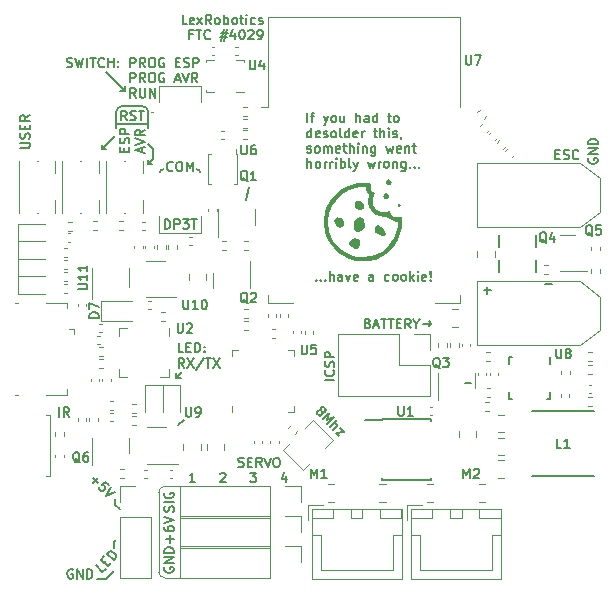
<source format=gto>
G04 #@! TF.GenerationSoftware,KiCad,Pcbnew,(5.99.0-10089-gf88d39b4f0)*
G04 #@! TF.CreationDate,2021-04-05T01:24:07-04:00*
G04 #@! TF.ProjectId,BattlebotsController,42617474-6c65-4626-9f74-73436f6e7472,rev?*
G04 #@! TF.SameCoordinates,PXb795120PY57bcf00*
G04 #@! TF.FileFunction,Legend,Top*
G04 #@! TF.FilePolarity,Positive*
%FSLAX46Y46*%
G04 Gerber Fmt 4.6, Leading zero omitted, Abs format (unit mm)*
G04 Created by KiCad (PCBNEW (5.99.0-10089-gf88d39b4f0)) date 2021-04-05 01:24:07*
%MOMM*%
%LPD*%
G01*
G04 APERTURE LIST*
%ADD10C,0.150000*%
%ADD11C,0.120000*%
%ADD12C,0.200000*%
%ADD13C,0.127000*%
%ADD14C,0.100000*%
G04 APERTURE END LIST*
D10*
X11700000Y35950000D02*
X11300000Y35550000D01*
X11300000Y35550000D02*
X11600000Y35550000D01*
X11300000Y35550000D02*
X11300000Y35850000D01*
D11*
X12700000Y490000D02*
G75*
G02*
X12200000Y990000I0J500000D01*
G01*
D10*
X8400000Y3500000D02*
X8600000Y3700000D01*
X8900000Y6300000D02*
X8500000Y6700000D01*
X8500000Y7200000D02*
X8500000Y6700000D01*
X8400000Y3500000D02*
X8400000Y3000000D01*
X35250000Y22000000D02*
X35050000Y22200000D01*
X34550000Y22000000D02*
X35250000Y22000000D01*
X35050000Y21800000D02*
X35250000Y22000000D01*
X9300000Y41700000D02*
X8900000Y41700000D01*
X10800001Y40446448D02*
G75*
G02*
X11300000Y39946447I-1J-500000D01*
G01*
X10800000Y40446447D02*
X9107106Y40446447D01*
X11300000Y38900000D02*
X11300000Y39946447D01*
X8607106Y39946447D02*
X8600000Y38900000D01*
X7400000Y36800000D02*
X7700000Y36800000D01*
X11700000Y36800000D02*
X11300000Y37200000D01*
X8600000Y38900000D02*
X11300000Y38900000D01*
X15699999Y34800000D02*
G75*
G03*
X15400000Y35099999I-299999J0D01*
G01*
X7700000Y400000D02*
X8400000Y1100000D01*
X38100000Y17000000D02*
X38600000Y17000000D01*
X11700000Y35950000D02*
X11700000Y36800000D01*
D11*
X12700000Y490000D02*
X13975200Y490200D01*
D10*
X7400000Y36800000D02*
X7400000Y37100000D01*
D11*
X13975200Y8230200D02*
X12700000Y8230000D01*
D10*
X14200000Y17900000D02*
X13700000Y17400000D01*
X9300000Y42100000D02*
X9300000Y41700000D01*
X8500000Y37900000D02*
X7400000Y36800000D01*
X19800000Y33550000D02*
X19600000Y32450000D01*
D11*
X12200000Y7730000D02*
X12200000Y990000D01*
D10*
X11300000Y38900000D02*
X11300000Y38600000D01*
X14100000Y17400000D02*
X13700000Y17400000D01*
X8607105Y39946448D02*
G75*
G02*
X9107106Y40446447I500000J-1D01*
G01*
X13800000Y13400000D02*
X14300000Y13900000D01*
X12600000Y35099999D02*
G75*
G03*
X12300001Y34800000I0J-299999D01*
G01*
X8600000Y38600000D02*
X8600000Y38900000D01*
X13700000Y17400000D02*
X13700000Y17800000D01*
X7000000Y400000D02*
X7700000Y400000D01*
D11*
X12200000Y7730000D02*
G75*
G02*
X12700000Y8230000I500000J0D01*
G01*
D10*
X7700000Y43300000D02*
X9300000Y41700000D01*
X14600119Y47382096D02*
X14219166Y47382096D01*
X14219166Y48182096D01*
X15171547Y47420191D02*
X15095357Y47382096D01*
X14942976Y47382096D01*
X14866785Y47420191D01*
X14828690Y47496381D01*
X14828690Y47801143D01*
X14866785Y47877334D01*
X14942976Y47915429D01*
X15095357Y47915429D01*
X15171547Y47877334D01*
X15209642Y47801143D01*
X15209642Y47724953D01*
X14828690Y47648762D01*
X15476309Y47382096D02*
X15895357Y47915429D01*
X15476309Y47915429D02*
X15895357Y47382096D01*
X16657261Y47382096D02*
X16390595Y47763048D01*
X16200119Y47382096D02*
X16200119Y48182096D01*
X16504880Y48182096D01*
X16581071Y48144000D01*
X16619166Y48105905D01*
X16657261Y48029715D01*
X16657261Y47915429D01*
X16619166Y47839239D01*
X16581071Y47801143D01*
X16504880Y47763048D01*
X16200119Y47763048D01*
X17114404Y47382096D02*
X17038214Y47420191D01*
X17000119Y47458286D01*
X16962023Y47534477D01*
X16962023Y47763048D01*
X17000119Y47839239D01*
X17038214Y47877334D01*
X17114404Y47915429D01*
X17228690Y47915429D01*
X17304880Y47877334D01*
X17342976Y47839239D01*
X17381071Y47763048D01*
X17381071Y47534477D01*
X17342976Y47458286D01*
X17304880Y47420191D01*
X17228690Y47382096D01*
X17114404Y47382096D01*
X17723928Y47382096D02*
X17723928Y48182096D01*
X17723928Y47877334D02*
X17800119Y47915429D01*
X17952500Y47915429D01*
X18028690Y47877334D01*
X18066785Y47839239D01*
X18104880Y47763048D01*
X18104880Y47534477D01*
X18066785Y47458286D01*
X18028690Y47420191D01*
X17952500Y47382096D01*
X17800119Y47382096D01*
X17723928Y47420191D01*
X18562023Y47382096D02*
X18485833Y47420191D01*
X18447738Y47458286D01*
X18409642Y47534477D01*
X18409642Y47763048D01*
X18447738Y47839239D01*
X18485833Y47877334D01*
X18562023Y47915429D01*
X18676309Y47915429D01*
X18752500Y47877334D01*
X18790595Y47839239D01*
X18828690Y47763048D01*
X18828690Y47534477D01*
X18790595Y47458286D01*
X18752500Y47420191D01*
X18676309Y47382096D01*
X18562023Y47382096D01*
X19057261Y47915429D02*
X19362023Y47915429D01*
X19171547Y48182096D02*
X19171547Y47496381D01*
X19209642Y47420191D01*
X19285833Y47382096D01*
X19362023Y47382096D01*
X19628690Y47382096D02*
X19628690Y47915429D01*
X19628690Y48182096D02*
X19590595Y48144000D01*
X19628690Y48105905D01*
X19666785Y48144000D01*
X19628690Y48182096D01*
X19628690Y48105905D01*
X20352500Y47420191D02*
X20276309Y47382096D01*
X20123928Y47382096D01*
X20047738Y47420191D01*
X20009642Y47458286D01*
X19971547Y47534477D01*
X19971547Y47763048D01*
X20009642Y47839239D01*
X20047738Y47877334D01*
X20123928Y47915429D01*
X20276309Y47915429D01*
X20352500Y47877334D01*
X20657261Y47420191D02*
X20733452Y47382096D01*
X20885833Y47382096D01*
X20962023Y47420191D01*
X21000119Y47496381D01*
X21000119Y47534477D01*
X20962023Y47610667D01*
X20885833Y47648762D01*
X20771547Y47648762D01*
X20695357Y47686858D01*
X20657261Y47763048D01*
X20657261Y47801143D01*
X20695357Y47877334D01*
X20771547Y47915429D01*
X20885833Y47915429D01*
X20962023Y47877334D01*
X15057261Y46513143D02*
X14790595Y46513143D01*
X14790595Y46094096D02*
X14790595Y46894096D01*
X15171547Y46894096D01*
X15362023Y46894096D02*
X15819166Y46894096D01*
X15590595Y46094096D02*
X15590595Y46894096D01*
X16542976Y46170286D02*
X16504880Y46132191D01*
X16390595Y46094096D01*
X16314404Y46094096D01*
X16200119Y46132191D01*
X16123928Y46208381D01*
X16085833Y46284572D01*
X16047738Y46436953D01*
X16047738Y46551239D01*
X16085833Y46703620D01*
X16123928Y46779810D01*
X16200119Y46856000D01*
X16314404Y46894096D01*
X16390595Y46894096D01*
X16504880Y46856000D01*
X16542976Y46817905D01*
X17457261Y46627429D02*
X18028690Y46627429D01*
X17685833Y46970286D02*
X17457261Y45941715D01*
X17952500Y46284572D02*
X17381071Y46284572D01*
X17723928Y45941715D02*
X17952500Y46970286D01*
X18638214Y46627429D02*
X18638214Y46094096D01*
X18447738Y46932191D02*
X18257261Y46360762D01*
X18752500Y46360762D01*
X19209642Y46894096D02*
X19285833Y46894096D01*
X19362023Y46856000D01*
X19400119Y46817905D01*
X19438214Y46741715D01*
X19476309Y46589334D01*
X19476309Y46398858D01*
X19438214Y46246477D01*
X19400119Y46170286D01*
X19362023Y46132191D01*
X19285833Y46094096D01*
X19209642Y46094096D01*
X19133452Y46132191D01*
X19095357Y46170286D01*
X19057261Y46246477D01*
X19019166Y46398858D01*
X19019166Y46589334D01*
X19057261Y46741715D01*
X19095357Y46817905D01*
X19133452Y46856000D01*
X19209642Y46894096D01*
X19781071Y46817905D02*
X19819166Y46856000D01*
X19895357Y46894096D01*
X20085833Y46894096D01*
X20162023Y46856000D01*
X20200119Y46817905D01*
X20238214Y46741715D01*
X20238214Y46665524D01*
X20200119Y46551239D01*
X19742976Y46094096D01*
X20238214Y46094096D01*
X20619166Y46094096D02*
X20771547Y46094096D01*
X20847738Y46132191D01*
X20885833Y46170286D01*
X20962023Y46284572D01*
X21000119Y46436953D01*
X21000119Y46741715D01*
X20962023Y46817905D01*
X20923928Y46856000D01*
X20847738Y46894096D01*
X20695357Y46894096D01*
X20619166Y46856000D01*
X20581071Y46817905D01*
X20542976Y46741715D01*
X20542976Y46551239D01*
X20581071Y46475048D01*
X20619166Y46436953D01*
X20695357Y46398858D01*
X20847738Y46398858D01*
X20923928Y46436953D01*
X20962023Y46475048D01*
X21000119Y46551239D01*
X14268928Y19582096D02*
X13887976Y19582096D01*
X13887976Y20382096D01*
X14535595Y20001143D02*
X14802261Y20001143D01*
X14916547Y19582096D02*
X14535595Y19582096D01*
X14535595Y20382096D01*
X14916547Y20382096D01*
X15259404Y19582096D02*
X15259404Y20382096D01*
X15449880Y20382096D01*
X15564166Y20344000D01*
X15640357Y20267810D01*
X15678452Y20191620D01*
X15716547Y20039239D01*
X15716547Y19924953D01*
X15678452Y19772572D01*
X15640357Y19696381D01*
X15564166Y19620191D01*
X15449880Y19582096D01*
X15259404Y19582096D01*
X16059404Y19658286D02*
X16097500Y19620191D01*
X16059404Y19582096D01*
X16021309Y19620191D01*
X16059404Y19658286D01*
X16059404Y19582096D01*
X16059404Y20077334D02*
X16097500Y20039239D01*
X16059404Y20001143D01*
X16021309Y20039239D01*
X16059404Y20077334D01*
X16059404Y20001143D01*
X14345119Y18294096D02*
X14078452Y18675048D01*
X13887976Y18294096D02*
X13887976Y19094096D01*
X14192738Y19094096D01*
X14268928Y19056000D01*
X14307023Y19017905D01*
X14345119Y18941715D01*
X14345119Y18827429D01*
X14307023Y18751239D01*
X14268928Y18713143D01*
X14192738Y18675048D01*
X13887976Y18675048D01*
X14611785Y19094096D02*
X15145119Y18294096D01*
X15145119Y19094096D02*
X14611785Y18294096D01*
X16021309Y19132191D02*
X15335595Y18103620D01*
X16173690Y19094096D02*
X16630833Y19094096D01*
X16402261Y18294096D02*
X16402261Y19094096D01*
X16821309Y19094096D02*
X17354642Y18294096D01*
X17354642Y19094096D02*
X16821309Y18294096D01*
X461904Y36887977D02*
X1109523Y36887977D01*
X1185714Y36926072D01*
X1223809Y36964167D01*
X1261904Y37040358D01*
X1261904Y37192739D01*
X1223809Y37268929D01*
X1185714Y37307024D01*
X1109523Y37345120D01*
X461904Y37345120D01*
X1223809Y37687977D02*
X1261904Y37802262D01*
X1261904Y37992739D01*
X1223809Y38068929D01*
X1185714Y38107024D01*
X1109523Y38145120D01*
X1033333Y38145120D01*
X957142Y38107024D01*
X919047Y38068929D01*
X880952Y37992739D01*
X842857Y37840358D01*
X804761Y37764167D01*
X766666Y37726072D01*
X690476Y37687977D01*
X614285Y37687977D01*
X538095Y37726072D01*
X500000Y37764167D01*
X461904Y37840358D01*
X461904Y38030834D01*
X500000Y38145120D01*
X842857Y38487977D02*
X842857Y38754643D01*
X1261904Y38868929D02*
X1261904Y38487977D01*
X461904Y38487977D01*
X461904Y38868929D01*
X1261904Y39668929D02*
X880952Y39402262D01*
X1261904Y39211786D02*
X461904Y39211786D01*
X461904Y39516548D01*
X500000Y39592739D01*
X538095Y39630834D01*
X614285Y39668929D01*
X728571Y39668929D01*
X804761Y39630834D01*
X842857Y39592739D01*
X880952Y39516548D01*
X880952Y39211786D01*
X9495119Y39238096D02*
X9228452Y39619048D01*
X9037976Y39238096D02*
X9037976Y40038096D01*
X9342738Y40038096D01*
X9418928Y40000000D01*
X9457023Y39961905D01*
X9495119Y39885715D01*
X9495119Y39771429D01*
X9457023Y39695239D01*
X9418928Y39657143D01*
X9342738Y39619048D01*
X9037976Y39619048D01*
X9799880Y39276191D02*
X9914166Y39238096D01*
X10104642Y39238096D01*
X10180833Y39276191D01*
X10218928Y39314286D01*
X10257023Y39390477D01*
X10257023Y39466667D01*
X10218928Y39542858D01*
X10180833Y39580953D01*
X10104642Y39619048D01*
X9952261Y39657143D01*
X9876071Y39695239D01*
X9837976Y39733334D01*
X9799880Y39809524D01*
X9799880Y39885715D01*
X9837976Y39961905D01*
X9876071Y40000000D01*
X9952261Y40038096D01*
X10142738Y40038096D01*
X10257023Y40000000D01*
X10485595Y40038096D02*
X10942738Y40038096D01*
X10714166Y39238096D02*
X10714166Y40038096D01*
X25951785Y14682902D02*
X25924848Y14763714D01*
X25924848Y14817589D01*
X25951785Y14898401D01*
X25978723Y14925338D01*
X26059535Y14952276D01*
X26113410Y14952276D01*
X26194222Y14925338D01*
X26301971Y14817589D01*
X26328909Y14736777D01*
X26328909Y14682902D01*
X26301971Y14602090D01*
X26275034Y14575152D01*
X26194222Y14548215D01*
X26140347Y14548215D01*
X26059535Y14575152D01*
X25951785Y14682902D01*
X25870973Y14709839D01*
X25817098Y14709839D01*
X25736286Y14682902D01*
X25628536Y14575152D01*
X25601599Y14494340D01*
X25601599Y14440465D01*
X25628536Y14359653D01*
X25736286Y14251903D01*
X25817098Y14224966D01*
X25870973Y14224966D01*
X25951785Y14251903D01*
X26059535Y14359653D01*
X26086472Y14440465D01*
X26086472Y14494340D01*
X26059535Y14575152D01*
X26086472Y13901717D02*
X26652158Y14467403D01*
X26436658Y13874780D01*
X27029281Y14090279D01*
X26463596Y13524594D01*
X26732970Y13255220D02*
X27298655Y13820905D01*
X26975406Y13012783D02*
X27271718Y13309094D01*
X27298655Y13389907D01*
X27271718Y13470719D01*
X27190906Y13551531D01*
X27110093Y13578468D01*
X27056219Y13578468D01*
X27568029Y13174407D02*
X27864341Y12878096D01*
X27190906Y12797284D01*
X27487217Y12500972D01*
X6632284Y8986904D02*
X7063282Y8555906D01*
X6632284Y8555906D02*
X7063282Y8986904D01*
X7952216Y8367344D02*
X7682842Y8636718D01*
X7386531Y8394281D01*
X7440406Y8394281D01*
X7521218Y8367344D01*
X7655905Y8232657D01*
X7682842Y8151845D01*
X7682842Y8097970D01*
X7655905Y8017158D01*
X7521218Y7882471D01*
X7440406Y7855533D01*
X7386531Y7855533D01*
X7305719Y7882471D01*
X7171032Y8017158D01*
X7144094Y8097970D01*
X7144094Y8151845D01*
X8140778Y8178782D02*
X7763654Y7424535D01*
X8517902Y7801659D01*
X4907023Y1200000D02*
X4830833Y1238096D01*
X4716547Y1238096D01*
X4602261Y1200000D01*
X4526071Y1123810D01*
X4487976Y1047620D01*
X4449880Y895239D01*
X4449880Y780953D01*
X4487976Y628572D01*
X4526071Y552381D01*
X4602261Y476191D01*
X4716547Y438096D01*
X4792738Y438096D01*
X4907023Y476191D01*
X4945119Y514286D01*
X4945119Y780953D01*
X4792738Y780953D01*
X5287976Y438096D02*
X5287976Y1238096D01*
X5745119Y438096D01*
X5745119Y1238096D01*
X6126071Y438096D02*
X6126071Y1238096D01*
X6316547Y1238096D01*
X6430833Y1200000D01*
X6507023Y1123810D01*
X6545119Y1047620D01*
X6583214Y895239D01*
X6583214Y780953D01*
X6545119Y628572D01*
X6507023Y552381D01*
X6430833Y476191D01*
X6316547Y438096D01*
X6126071Y438096D01*
X3787976Y14138096D02*
X3787976Y14938096D01*
X4626071Y14138096D02*
X4359404Y14519048D01*
X4168928Y14138096D02*
X4168928Y14938096D01*
X4473690Y14938096D01*
X4549880Y14900000D01*
X4587976Y14861905D01*
X4626071Y14785715D01*
X4626071Y14671429D01*
X4587976Y14595239D01*
X4549880Y14557143D01*
X4473690Y14519048D01*
X4168928Y14519048D01*
X25087976Y8938096D02*
X25087976Y9738096D01*
X25354642Y9166667D01*
X25621309Y9738096D01*
X25621309Y8938096D01*
X26421309Y8938096D02*
X25964166Y8938096D01*
X26192738Y8938096D02*
X26192738Y9738096D01*
X26116547Y9623810D01*
X26040357Y9547620D01*
X25964166Y9509524D01*
X37987976Y8938096D02*
X37987976Y9738096D01*
X38254642Y9166667D01*
X38521309Y9738096D01*
X38521309Y8938096D01*
X38864166Y9661905D02*
X38902261Y9700000D01*
X38978452Y9738096D01*
X39168928Y9738096D01*
X39245119Y9700000D01*
X39283214Y9661905D01*
X39321309Y9585715D01*
X39321309Y9509524D01*
X39283214Y9395239D01*
X38826071Y8938096D01*
X39321309Y8938096D01*
X45787976Y36357143D02*
X46054642Y36357143D01*
X46168928Y35938096D02*
X45787976Y35938096D01*
X45787976Y36738096D01*
X46168928Y36738096D01*
X46473690Y35976191D02*
X46587976Y35938096D01*
X46778452Y35938096D01*
X46854642Y35976191D01*
X46892738Y36014286D01*
X46930833Y36090477D01*
X46930833Y36166667D01*
X46892738Y36242858D01*
X46854642Y36280953D01*
X46778452Y36319048D01*
X46626071Y36357143D01*
X46549880Y36395239D01*
X46511785Y36433334D01*
X46473690Y36509524D01*
X46473690Y36585715D01*
X46511785Y36661905D01*
X46549880Y36700000D01*
X46626071Y36738096D01*
X46816547Y36738096D01*
X46930833Y36700000D01*
X47730833Y36014286D02*
X47692738Y35976191D01*
X47578452Y35938096D01*
X47502261Y35938096D01*
X47387976Y35976191D01*
X47311785Y36052381D01*
X47273690Y36128572D01*
X47235595Y36280953D01*
X47235595Y36395239D01*
X47273690Y36547620D01*
X47311785Y36623810D01*
X47387976Y36700000D01*
X47502261Y36738096D01*
X47578452Y36738096D01*
X47692738Y36700000D01*
X47730833Y36661905D01*
X29904642Y22057143D02*
X30018928Y22019048D01*
X30057023Y21980953D01*
X30095119Y21904762D01*
X30095119Y21790477D01*
X30057023Y21714286D01*
X30018928Y21676191D01*
X29942738Y21638096D01*
X29637976Y21638096D01*
X29637976Y22438096D01*
X29904642Y22438096D01*
X29980833Y22400000D01*
X30018928Y22361905D01*
X30057023Y22285715D01*
X30057023Y22209524D01*
X30018928Y22133334D01*
X29980833Y22095239D01*
X29904642Y22057143D01*
X29637976Y22057143D01*
X30399880Y21866667D02*
X30780833Y21866667D01*
X30323690Y21638096D02*
X30590357Y22438096D01*
X30857023Y21638096D01*
X31009404Y22438096D02*
X31466547Y22438096D01*
X31237976Y21638096D02*
X31237976Y22438096D01*
X31618928Y22438096D02*
X32076071Y22438096D01*
X31847500Y21638096D02*
X31847500Y22438096D01*
X32342738Y22057143D02*
X32609404Y22057143D01*
X32723690Y21638096D02*
X32342738Y21638096D01*
X32342738Y22438096D01*
X32723690Y22438096D01*
X33523690Y21638096D02*
X33257023Y22019048D01*
X33066547Y21638096D02*
X33066547Y22438096D01*
X33371309Y22438096D01*
X33447500Y22400000D01*
X33485595Y22361905D01*
X33523690Y22285715D01*
X33523690Y22171429D01*
X33485595Y22095239D01*
X33447500Y22057143D01*
X33371309Y22019048D01*
X33066547Y22019048D01*
X34018928Y22019048D02*
X34018928Y21638096D01*
X33752261Y22438096D02*
X34018928Y22019048D01*
X34285595Y22438096D01*
X27061904Y17219048D02*
X26261904Y17219048D01*
X26985714Y18057143D02*
X27023809Y18019048D01*
X27061904Y17904762D01*
X27061904Y17828572D01*
X27023809Y17714286D01*
X26947619Y17638096D01*
X26871428Y17600000D01*
X26719047Y17561905D01*
X26604761Y17561905D01*
X26452380Y17600000D01*
X26376190Y17638096D01*
X26300000Y17714286D01*
X26261904Y17828572D01*
X26261904Y17904762D01*
X26300000Y18019048D01*
X26338095Y18057143D01*
X27023809Y18361905D02*
X27061904Y18476191D01*
X27061904Y18666667D01*
X27023809Y18742858D01*
X26985714Y18780953D01*
X26909523Y18819048D01*
X26833333Y18819048D01*
X26757142Y18780953D01*
X26719047Y18742858D01*
X26680952Y18666667D01*
X26642857Y18514286D01*
X26604761Y18438096D01*
X26566666Y18400000D01*
X26490476Y18361905D01*
X26414285Y18361905D01*
X26338095Y18400000D01*
X26300000Y18438096D01*
X26261904Y18514286D01*
X26261904Y18704762D01*
X26300000Y18819048D01*
X27061904Y19161905D02*
X26261904Y19161905D01*
X26261904Y19466667D01*
X26300000Y19542858D01*
X26338095Y19580953D01*
X26414285Y19619048D01*
X26528571Y19619048D01*
X26604761Y19580953D01*
X26642857Y19542858D01*
X26680952Y19466667D01*
X26680952Y19161905D01*
X48600000Y36007024D02*
X48561904Y35930834D01*
X48561904Y35816548D01*
X48600000Y35702262D01*
X48676190Y35626072D01*
X48752380Y35587977D01*
X48904761Y35549881D01*
X49019047Y35549881D01*
X49171428Y35587977D01*
X49247619Y35626072D01*
X49323809Y35702262D01*
X49361904Y35816548D01*
X49361904Y35892739D01*
X49323809Y36007024D01*
X49285714Y36045120D01*
X49019047Y36045120D01*
X49019047Y35892739D01*
X49361904Y36387977D02*
X48561904Y36387977D01*
X49361904Y36845120D01*
X48561904Y36845120D01*
X49361904Y37226072D02*
X48561904Y37226072D01*
X48561904Y37416548D01*
X48600000Y37530834D01*
X48676190Y37607024D01*
X48752380Y37645120D01*
X48904761Y37683215D01*
X49019047Y37683215D01*
X49171428Y37645120D01*
X49247619Y37607024D01*
X49323809Y37530834D01*
X49361904Y37416548D01*
X49361904Y37226072D01*
X9298857Y36587977D02*
X9298857Y36854643D01*
X9717904Y36968929D02*
X9717904Y36587977D01*
X8917904Y36587977D01*
X8917904Y36968929D01*
X9679809Y37273691D02*
X9717904Y37387977D01*
X9717904Y37578453D01*
X9679809Y37654643D01*
X9641714Y37692739D01*
X9565523Y37730834D01*
X9489333Y37730834D01*
X9413142Y37692739D01*
X9375047Y37654643D01*
X9336952Y37578453D01*
X9298857Y37426072D01*
X9260761Y37349881D01*
X9222666Y37311786D01*
X9146476Y37273691D01*
X9070285Y37273691D01*
X8994095Y37311786D01*
X8956000Y37349881D01*
X8917904Y37426072D01*
X8917904Y37616548D01*
X8956000Y37730834D01*
X9717904Y38073691D02*
X8917904Y38073691D01*
X8917904Y38378453D01*
X8956000Y38454643D01*
X8994095Y38492739D01*
X9070285Y38530834D01*
X9184571Y38530834D01*
X9260761Y38492739D01*
X9298857Y38454643D01*
X9336952Y38378453D01*
X9336952Y38073691D01*
X10777333Y36549881D02*
X10777333Y36930834D01*
X11005904Y36473691D02*
X10205904Y36740358D01*
X11005904Y37007024D01*
X10205904Y37159405D02*
X11005904Y37426072D01*
X10205904Y37692739D01*
X11005904Y38416548D02*
X10624952Y38149881D01*
X11005904Y37959405D02*
X10205904Y37959405D01*
X10205904Y38264167D01*
X10244000Y38340358D01*
X10282095Y38378453D01*
X10358285Y38416548D01*
X10472571Y38416548D01*
X10548761Y38378453D01*
X10586857Y38340358D01*
X10624952Y38264167D01*
X10624952Y37959405D01*
X25535833Y25714286D02*
X25573928Y25676191D01*
X25535833Y25638096D01*
X25497738Y25676191D01*
X25535833Y25714286D01*
X25535833Y25638096D01*
X25916785Y25714286D02*
X25954880Y25676191D01*
X25916785Y25638096D01*
X25878690Y25676191D01*
X25916785Y25714286D01*
X25916785Y25638096D01*
X26297738Y25714286D02*
X26335833Y25676191D01*
X26297738Y25638096D01*
X26259642Y25676191D01*
X26297738Y25714286D01*
X26297738Y25638096D01*
X26678690Y25638096D02*
X26678690Y26438096D01*
X27021547Y25638096D02*
X27021547Y26057143D01*
X26983452Y26133334D01*
X26907261Y26171429D01*
X26792976Y26171429D01*
X26716785Y26133334D01*
X26678690Y26095239D01*
X27745357Y25638096D02*
X27745357Y26057143D01*
X27707261Y26133334D01*
X27631071Y26171429D01*
X27478690Y26171429D01*
X27402500Y26133334D01*
X27745357Y25676191D02*
X27669166Y25638096D01*
X27478690Y25638096D01*
X27402500Y25676191D01*
X27364404Y25752381D01*
X27364404Y25828572D01*
X27402500Y25904762D01*
X27478690Y25942858D01*
X27669166Y25942858D01*
X27745357Y25980953D01*
X28050119Y26171429D02*
X28240595Y25638096D01*
X28431071Y26171429D01*
X29040595Y25676191D02*
X28964404Y25638096D01*
X28812023Y25638096D01*
X28735833Y25676191D01*
X28697738Y25752381D01*
X28697738Y26057143D01*
X28735833Y26133334D01*
X28812023Y26171429D01*
X28964404Y26171429D01*
X29040595Y26133334D01*
X29078690Y26057143D01*
X29078690Y25980953D01*
X28697738Y25904762D01*
X30373928Y25638096D02*
X30373928Y26057143D01*
X30335833Y26133334D01*
X30259642Y26171429D01*
X30107261Y26171429D01*
X30031071Y26133334D01*
X30373928Y25676191D02*
X30297738Y25638096D01*
X30107261Y25638096D01*
X30031071Y25676191D01*
X29992976Y25752381D01*
X29992976Y25828572D01*
X30031071Y25904762D01*
X30107261Y25942858D01*
X30297738Y25942858D01*
X30373928Y25980953D01*
X31707261Y25676191D02*
X31631071Y25638096D01*
X31478690Y25638096D01*
X31402500Y25676191D01*
X31364404Y25714286D01*
X31326309Y25790477D01*
X31326309Y26019048D01*
X31364404Y26095239D01*
X31402500Y26133334D01*
X31478690Y26171429D01*
X31631071Y26171429D01*
X31707261Y26133334D01*
X32164404Y25638096D02*
X32088214Y25676191D01*
X32050119Y25714286D01*
X32012023Y25790477D01*
X32012023Y26019048D01*
X32050119Y26095239D01*
X32088214Y26133334D01*
X32164404Y26171429D01*
X32278690Y26171429D01*
X32354880Y26133334D01*
X32392976Y26095239D01*
X32431071Y26019048D01*
X32431071Y25790477D01*
X32392976Y25714286D01*
X32354880Y25676191D01*
X32278690Y25638096D01*
X32164404Y25638096D01*
X32888214Y25638096D02*
X32812023Y25676191D01*
X32773928Y25714286D01*
X32735833Y25790477D01*
X32735833Y26019048D01*
X32773928Y26095239D01*
X32812023Y26133334D01*
X32888214Y26171429D01*
X33002500Y26171429D01*
X33078690Y26133334D01*
X33116785Y26095239D01*
X33154880Y26019048D01*
X33154880Y25790477D01*
X33116785Y25714286D01*
X33078690Y25676191D01*
X33002500Y25638096D01*
X32888214Y25638096D01*
X33497738Y25638096D02*
X33497738Y26438096D01*
X33573928Y25942858D02*
X33802500Y25638096D01*
X33802500Y26171429D02*
X33497738Y25866667D01*
X34145357Y25638096D02*
X34145357Y26171429D01*
X34145357Y26438096D02*
X34107261Y26400000D01*
X34145357Y26361905D01*
X34183452Y26400000D01*
X34145357Y26438096D01*
X34145357Y26361905D01*
X34831071Y25676191D02*
X34754880Y25638096D01*
X34602500Y25638096D01*
X34526309Y25676191D01*
X34488214Y25752381D01*
X34488214Y26057143D01*
X34526309Y26133334D01*
X34602500Y26171429D01*
X34754880Y26171429D01*
X34831071Y26133334D01*
X34869166Y26057143D01*
X34869166Y25980953D01*
X34488214Y25904762D01*
X35212023Y25714286D02*
X35250119Y25676191D01*
X35212023Y25638096D01*
X35173928Y25676191D01*
X35212023Y25714286D01*
X35212023Y25638096D01*
X35212023Y25942858D02*
X35173928Y26400000D01*
X35212023Y26438096D01*
X35250119Y26400000D01*
X35212023Y25942858D01*
X35212023Y26438096D01*
X7692250Y1280440D02*
X7422876Y1011066D01*
X6857190Y1576752D01*
X7584500Y1765313D02*
X7773062Y1953875D01*
X8150186Y1738376D02*
X7880812Y1469002D01*
X7315126Y2034688D01*
X7584500Y2304062D01*
X8392622Y1980813D02*
X7826937Y2546498D01*
X7961624Y2681185D01*
X8069374Y2735060D01*
X8177123Y2735060D01*
X8257935Y2708123D01*
X8392622Y2627310D01*
X8473435Y2546498D01*
X8554247Y2411811D01*
X8581184Y2330999D01*
X8581184Y2223249D01*
X8527309Y2115500D01*
X8392622Y1980813D01*
X18935833Y9920191D02*
X19050119Y9882096D01*
X19240595Y9882096D01*
X19316785Y9920191D01*
X19354880Y9958286D01*
X19392976Y10034477D01*
X19392976Y10110667D01*
X19354880Y10186858D01*
X19316785Y10224953D01*
X19240595Y10263048D01*
X19088214Y10301143D01*
X19012023Y10339239D01*
X18973928Y10377334D01*
X18935833Y10453524D01*
X18935833Y10529715D01*
X18973928Y10605905D01*
X19012023Y10644000D01*
X19088214Y10682096D01*
X19278690Y10682096D01*
X19392976Y10644000D01*
X19735833Y10301143D02*
X20002500Y10301143D01*
X20116785Y9882096D02*
X19735833Y9882096D01*
X19735833Y10682096D01*
X20116785Y10682096D01*
X20916785Y9882096D02*
X20650119Y10263048D01*
X20459642Y9882096D02*
X20459642Y10682096D01*
X20764404Y10682096D01*
X20840595Y10644000D01*
X20878690Y10605905D01*
X20916785Y10529715D01*
X20916785Y10415429D01*
X20878690Y10339239D01*
X20840595Y10301143D01*
X20764404Y10263048D01*
X20459642Y10263048D01*
X21145357Y10682096D02*
X21412023Y9882096D01*
X21678690Y10682096D01*
X22097738Y10682096D02*
X22250119Y10682096D01*
X22326309Y10644000D01*
X22402500Y10567810D01*
X22440595Y10415429D01*
X22440595Y10148762D01*
X22402500Y9996381D01*
X22326309Y9920191D01*
X22250119Y9882096D01*
X22097738Y9882096D01*
X22021547Y9920191D01*
X21945357Y9996381D01*
X21907261Y10148762D01*
X21907261Y10415429D01*
X21945357Y10567810D01*
X22021547Y10644000D01*
X22097738Y10682096D01*
X15278690Y8594096D02*
X14821547Y8594096D01*
X15050119Y8594096D02*
X15050119Y9394096D01*
X14973928Y9279810D01*
X14897738Y9203620D01*
X14821547Y9165524D01*
X17412023Y9317905D02*
X17450119Y9356000D01*
X17526309Y9394096D01*
X17716785Y9394096D01*
X17792976Y9356000D01*
X17831071Y9317905D01*
X17869166Y9241715D01*
X17869166Y9165524D01*
X17831071Y9051239D01*
X17373928Y8594096D01*
X17869166Y8594096D01*
X19964404Y9394096D02*
X20459642Y9394096D01*
X20192976Y9089334D01*
X20307261Y9089334D01*
X20383452Y9051239D01*
X20421547Y9013143D01*
X20459642Y8936953D01*
X20459642Y8746477D01*
X20421547Y8670286D01*
X20383452Y8632191D01*
X20307261Y8594096D01*
X20078690Y8594096D01*
X20002500Y8632191D01*
X19964404Y8670286D01*
X22973928Y9127429D02*
X22973928Y8594096D01*
X22783452Y9432191D02*
X22592976Y8860762D01*
X23088214Y8860762D01*
X4409523Y43776191D02*
X4523809Y43738096D01*
X4714285Y43738096D01*
X4790476Y43776191D01*
X4828571Y43814286D01*
X4866666Y43890477D01*
X4866666Y43966667D01*
X4828571Y44042858D01*
X4790476Y44080953D01*
X4714285Y44119048D01*
X4561904Y44157143D01*
X4485714Y44195239D01*
X4447619Y44233334D01*
X4409523Y44309524D01*
X4409523Y44385715D01*
X4447619Y44461905D01*
X4485714Y44500000D01*
X4561904Y44538096D01*
X4752380Y44538096D01*
X4866666Y44500000D01*
X5133333Y44538096D02*
X5323809Y43738096D01*
X5476190Y44309524D01*
X5628571Y43738096D01*
X5819047Y44538096D01*
X6123809Y43738096D02*
X6123809Y44538096D01*
X6390476Y44538096D02*
X6847619Y44538096D01*
X6619047Y43738096D02*
X6619047Y44538096D01*
X7571428Y43814286D02*
X7533333Y43776191D01*
X7419047Y43738096D01*
X7342857Y43738096D01*
X7228571Y43776191D01*
X7152380Y43852381D01*
X7114285Y43928572D01*
X7076190Y44080953D01*
X7076190Y44195239D01*
X7114285Y44347620D01*
X7152380Y44423810D01*
X7228571Y44500000D01*
X7342857Y44538096D01*
X7419047Y44538096D01*
X7533333Y44500000D01*
X7571428Y44461905D01*
X7914285Y43738096D02*
X7914285Y44538096D01*
X7914285Y44157143D02*
X8371428Y44157143D01*
X8371428Y43738096D02*
X8371428Y44538096D01*
X8752380Y43814286D02*
X8790476Y43776191D01*
X8752380Y43738096D01*
X8714285Y43776191D01*
X8752380Y43814286D01*
X8752380Y43738096D01*
X8752380Y44233334D02*
X8790476Y44195239D01*
X8752380Y44157143D01*
X8714285Y44195239D01*
X8752380Y44233334D01*
X8752380Y44157143D01*
X12704761Y30038096D02*
X12704761Y30838096D01*
X12895238Y30838096D01*
X13009523Y30800000D01*
X13085714Y30723810D01*
X13123809Y30647620D01*
X13161904Y30495239D01*
X13161904Y30380953D01*
X13123809Y30228572D01*
X13085714Y30152381D01*
X13009523Y30076191D01*
X12895238Y30038096D01*
X12704761Y30038096D01*
X13504761Y30038096D02*
X13504761Y30838096D01*
X13809523Y30838096D01*
X13885714Y30800000D01*
X13923809Y30761905D01*
X13961904Y30685715D01*
X13961904Y30571429D01*
X13923809Y30495239D01*
X13885714Y30457143D01*
X13809523Y30419048D01*
X13504761Y30419048D01*
X14228571Y30838096D02*
X14723809Y30838096D01*
X14457142Y30533334D01*
X14571428Y30533334D01*
X14647619Y30495239D01*
X14685714Y30457143D01*
X14723809Y30380953D01*
X14723809Y30190477D01*
X14685714Y30114286D01*
X14647619Y30076191D01*
X14571428Y30038096D01*
X14342857Y30038096D01*
X14266666Y30076191D01*
X14228571Y30114286D01*
X14952380Y30838096D02*
X15409523Y30838096D01*
X15180952Y30038096D02*
X15180952Y30838096D01*
X24787976Y39070096D02*
X24787976Y39870096D01*
X25054642Y39603429D02*
X25359404Y39603429D01*
X25168928Y39070096D02*
X25168928Y39755810D01*
X25207023Y39832000D01*
X25283214Y39870096D01*
X25359404Y39870096D01*
X26159404Y39603429D02*
X26349880Y39070096D01*
X26540357Y39603429D02*
X26349880Y39070096D01*
X26273690Y38879620D01*
X26235595Y38841524D01*
X26159404Y38803429D01*
X26959404Y39070096D02*
X26883214Y39108191D01*
X26845119Y39146286D01*
X26807023Y39222477D01*
X26807023Y39451048D01*
X26845119Y39527239D01*
X26883214Y39565334D01*
X26959404Y39603429D01*
X27073690Y39603429D01*
X27149880Y39565334D01*
X27187976Y39527239D01*
X27226071Y39451048D01*
X27226071Y39222477D01*
X27187976Y39146286D01*
X27149880Y39108191D01*
X27073690Y39070096D01*
X26959404Y39070096D01*
X27911785Y39603429D02*
X27911785Y39070096D01*
X27568928Y39603429D02*
X27568928Y39184381D01*
X27607023Y39108191D01*
X27683214Y39070096D01*
X27797500Y39070096D01*
X27873690Y39108191D01*
X27911785Y39146286D01*
X28902261Y39070096D02*
X28902261Y39870096D01*
X29245119Y39070096D02*
X29245119Y39489143D01*
X29207023Y39565334D01*
X29130833Y39603429D01*
X29016547Y39603429D01*
X28940357Y39565334D01*
X28902261Y39527239D01*
X29968928Y39070096D02*
X29968928Y39489143D01*
X29930833Y39565334D01*
X29854642Y39603429D01*
X29702261Y39603429D01*
X29626071Y39565334D01*
X29968928Y39108191D02*
X29892738Y39070096D01*
X29702261Y39070096D01*
X29626071Y39108191D01*
X29587976Y39184381D01*
X29587976Y39260572D01*
X29626071Y39336762D01*
X29702261Y39374858D01*
X29892738Y39374858D01*
X29968928Y39412953D01*
X30692738Y39070096D02*
X30692738Y39870096D01*
X30692738Y39108191D02*
X30616547Y39070096D01*
X30464166Y39070096D01*
X30387976Y39108191D01*
X30349880Y39146286D01*
X30311785Y39222477D01*
X30311785Y39451048D01*
X30349880Y39527239D01*
X30387976Y39565334D01*
X30464166Y39603429D01*
X30616547Y39603429D01*
X30692738Y39565334D01*
X31568928Y39603429D02*
X31873690Y39603429D01*
X31683214Y39870096D02*
X31683214Y39184381D01*
X31721309Y39108191D01*
X31797500Y39070096D01*
X31873690Y39070096D01*
X32254642Y39070096D02*
X32178452Y39108191D01*
X32140357Y39146286D01*
X32102261Y39222477D01*
X32102261Y39451048D01*
X32140357Y39527239D01*
X32178452Y39565334D01*
X32254642Y39603429D01*
X32368928Y39603429D01*
X32445119Y39565334D01*
X32483214Y39527239D01*
X32521309Y39451048D01*
X32521309Y39222477D01*
X32483214Y39146286D01*
X32445119Y39108191D01*
X32368928Y39070096D01*
X32254642Y39070096D01*
X25130833Y37782096D02*
X25130833Y38582096D01*
X25130833Y37820191D02*
X25054642Y37782096D01*
X24902261Y37782096D01*
X24826071Y37820191D01*
X24787976Y37858286D01*
X24749880Y37934477D01*
X24749880Y38163048D01*
X24787976Y38239239D01*
X24826071Y38277334D01*
X24902261Y38315429D01*
X25054642Y38315429D01*
X25130833Y38277334D01*
X25816547Y37820191D02*
X25740357Y37782096D01*
X25587976Y37782096D01*
X25511785Y37820191D01*
X25473690Y37896381D01*
X25473690Y38201143D01*
X25511785Y38277334D01*
X25587976Y38315429D01*
X25740357Y38315429D01*
X25816547Y38277334D01*
X25854642Y38201143D01*
X25854642Y38124953D01*
X25473690Y38048762D01*
X26159404Y37820191D02*
X26235595Y37782096D01*
X26387976Y37782096D01*
X26464166Y37820191D01*
X26502261Y37896381D01*
X26502261Y37934477D01*
X26464166Y38010667D01*
X26387976Y38048762D01*
X26273690Y38048762D01*
X26197500Y38086858D01*
X26159404Y38163048D01*
X26159404Y38201143D01*
X26197500Y38277334D01*
X26273690Y38315429D01*
X26387976Y38315429D01*
X26464166Y38277334D01*
X26959404Y37782096D02*
X26883214Y37820191D01*
X26845119Y37858286D01*
X26807023Y37934477D01*
X26807023Y38163048D01*
X26845119Y38239239D01*
X26883214Y38277334D01*
X26959404Y38315429D01*
X27073690Y38315429D01*
X27149880Y38277334D01*
X27187976Y38239239D01*
X27226071Y38163048D01*
X27226071Y37934477D01*
X27187976Y37858286D01*
X27149880Y37820191D01*
X27073690Y37782096D01*
X26959404Y37782096D01*
X27683214Y37782096D02*
X27607023Y37820191D01*
X27568928Y37896381D01*
X27568928Y38582096D01*
X28330833Y37782096D02*
X28330833Y38582096D01*
X28330833Y37820191D02*
X28254642Y37782096D01*
X28102261Y37782096D01*
X28026071Y37820191D01*
X27987976Y37858286D01*
X27949880Y37934477D01*
X27949880Y38163048D01*
X27987976Y38239239D01*
X28026071Y38277334D01*
X28102261Y38315429D01*
X28254642Y38315429D01*
X28330833Y38277334D01*
X29016547Y37820191D02*
X28940357Y37782096D01*
X28787976Y37782096D01*
X28711785Y37820191D01*
X28673690Y37896381D01*
X28673690Y38201143D01*
X28711785Y38277334D01*
X28787976Y38315429D01*
X28940357Y38315429D01*
X29016547Y38277334D01*
X29054642Y38201143D01*
X29054642Y38124953D01*
X28673690Y38048762D01*
X29397500Y37782096D02*
X29397500Y38315429D01*
X29397500Y38163048D02*
X29435595Y38239239D01*
X29473690Y38277334D01*
X29549880Y38315429D01*
X29626071Y38315429D01*
X30387976Y38315429D02*
X30692738Y38315429D01*
X30502261Y38582096D02*
X30502261Y37896381D01*
X30540357Y37820191D01*
X30616547Y37782096D01*
X30692738Y37782096D01*
X30959404Y37782096D02*
X30959404Y38582096D01*
X31302261Y37782096D02*
X31302261Y38201143D01*
X31264166Y38277334D01*
X31187976Y38315429D01*
X31073690Y38315429D01*
X30997500Y38277334D01*
X30959404Y38239239D01*
X31683214Y37782096D02*
X31683214Y38315429D01*
X31683214Y38582096D02*
X31645119Y38544000D01*
X31683214Y38505905D01*
X31721309Y38544000D01*
X31683214Y38582096D01*
X31683214Y38505905D01*
X32026071Y37820191D02*
X32102261Y37782096D01*
X32254642Y37782096D01*
X32330833Y37820191D01*
X32368928Y37896381D01*
X32368928Y37934477D01*
X32330833Y38010667D01*
X32254642Y38048762D01*
X32140357Y38048762D01*
X32064166Y38086858D01*
X32026071Y38163048D01*
X32026071Y38201143D01*
X32064166Y38277334D01*
X32140357Y38315429D01*
X32254642Y38315429D01*
X32330833Y38277334D01*
X32749880Y37820191D02*
X32749880Y37782096D01*
X32711785Y37705905D01*
X32673690Y37667810D01*
X24749880Y36532191D02*
X24826071Y36494096D01*
X24978452Y36494096D01*
X25054642Y36532191D01*
X25092738Y36608381D01*
X25092738Y36646477D01*
X25054642Y36722667D01*
X24978452Y36760762D01*
X24864166Y36760762D01*
X24787976Y36798858D01*
X24749880Y36875048D01*
X24749880Y36913143D01*
X24787976Y36989334D01*
X24864166Y37027429D01*
X24978452Y37027429D01*
X25054642Y36989334D01*
X25549880Y36494096D02*
X25473690Y36532191D01*
X25435595Y36570286D01*
X25397500Y36646477D01*
X25397500Y36875048D01*
X25435595Y36951239D01*
X25473690Y36989334D01*
X25549880Y37027429D01*
X25664166Y37027429D01*
X25740357Y36989334D01*
X25778452Y36951239D01*
X25816547Y36875048D01*
X25816547Y36646477D01*
X25778452Y36570286D01*
X25740357Y36532191D01*
X25664166Y36494096D01*
X25549880Y36494096D01*
X26159404Y36494096D02*
X26159404Y37027429D01*
X26159404Y36951239D02*
X26197500Y36989334D01*
X26273690Y37027429D01*
X26387976Y37027429D01*
X26464166Y36989334D01*
X26502261Y36913143D01*
X26502261Y36494096D01*
X26502261Y36913143D02*
X26540357Y36989334D01*
X26616547Y37027429D01*
X26730833Y37027429D01*
X26807023Y36989334D01*
X26845119Y36913143D01*
X26845119Y36494096D01*
X27530833Y36532191D02*
X27454642Y36494096D01*
X27302261Y36494096D01*
X27226071Y36532191D01*
X27187976Y36608381D01*
X27187976Y36913143D01*
X27226071Y36989334D01*
X27302261Y37027429D01*
X27454642Y37027429D01*
X27530833Y36989334D01*
X27568928Y36913143D01*
X27568928Y36836953D01*
X27187976Y36760762D01*
X27797500Y37027429D02*
X28102261Y37027429D01*
X27911785Y37294096D02*
X27911785Y36608381D01*
X27949880Y36532191D01*
X28026071Y36494096D01*
X28102261Y36494096D01*
X28368928Y36494096D02*
X28368928Y37294096D01*
X28711785Y36494096D02*
X28711785Y36913143D01*
X28673690Y36989334D01*
X28597500Y37027429D01*
X28483214Y37027429D01*
X28407023Y36989334D01*
X28368928Y36951239D01*
X29092738Y36494096D02*
X29092738Y37027429D01*
X29092738Y37294096D02*
X29054642Y37256000D01*
X29092738Y37217905D01*
X29130833Y37256000D01*
X29092738Y37294096D01*
X29092738Y37217905D01*
X29473690Y37027429D02*
X29473690Y36494096D01*
X29473690Y36951239D02*
X29511785Y36989334D01*
X29587976Y37027429D01*
X29702261Y37027429D01*
X29778452Y36989334D01*
X29816547Y36913143D01*
X29816547Y36494096D01*
X30540357Y37027429D02*
X30540357Y36379810D01*
X30502261Y36303620D01*
X30464166Y36265524D01*
X30387976Y36227429D01*
X30273690Y36227429D01*
X30197500Y36265524D01*
X30540357Y36532191D02*
X30464166Y36494096D01*
X30311785Y36494096D01*
X30235595Y36532191D01*
X30197500Y36570286D01*
X30159404Y36646477D01*
X30159404Y36875048D01*
X30197500Y36951239D01*
X30235595Y36989334D01*
X30311785Y37027429D01*
X30464166Y37027429D01*
X30540357Y36989334D01*
X31454642Y37027429D02*
X31607023Y36494096D01*
X31759404Y36875048D01*
X31911785Y36494096D01*
X32064166Y37027429D01*
X32673690Y36532191D02*
X32597500Y36494096D01*
X32445119Y36494096D01*
X32368928Y36532191D01*
X32330833Y36608381D01*
X32330833Y36913143D01*
X32368928Y36989334D01*
X32445119Y37027429D01*
X32597500Y37027429D01*
X32673690Y36989334D01*
X32711785Y36913143D01*
X32711785Y36836953D01*
X32330833Y36760762D01*
X33054642Y37027429D02*
X33054642Y36494096D01*
X33054642Y36951239D02*
X33092738Y36989334D01*
X33168928Y37027429D01*
X33283214Y37027429D01*
X33359404Y36989334D01*
X33397500Y36913143D01*
X33397500Y36494096D01*
X33664166Y37027429D02*
X33968928Y37027429D01*
X33778452Y37294096D02*
X33778452Y36608381D01*
X33816547Y36532191D01*
X33892738Y36494096D01*
X33968928Y36494096D01*
X24787976Y35206096D02*
X24787976Y36006096D01*
X25130833Y35206096D02*
X25130833Y35625143D01*
X25092738Y35701334D01*
X25016547Y35739429D01*
X24902261Y35739429D01*
X24826071Y35701334D01*
X24787976Y35663239D01*
X25626071Y35206096D02*
X25549880Y35244191D01*
X25511785Y35282286D01*
X25473690Y35358477D01*
X25473690Y35587048D01*
X25511785Y35663239D01*
X25549880Y35701334D01*
X25626071Y35739429D01*
X25740357Y35739429D01*
X25816547Y35701334D01*
X25854642Y35663239D01*
X25892738Y35587048D01*
X25892738Y35358477D01*
X25854642Y35282286D01*
X25816547Y35244191D01*
X25740357Y35206096D01*
X25626071Y35206096D01*
X26235595Y35206096D02*
X26235595Y35739429D01*
X26235595Y35587048D02*
X26273690Y35663239D01*
X26311785Y35701334D01*
X26387976Y35739429D01*
X26464166Y35739429D01*
X26730833Y35206096D02*
X26730833Y35739429D01*
X26730833Y35587048D02*
X26768928Y35663239D01*
X26807023Y35701334D01*
X26883214Y35739429D01*
X26959404Y35739429D01*
X27226071Y35206096D02*
X27226071Y35739429D01*
X27226071Y36006096D02*
X27187976Y35968000D01*
X27226071Y35929905D01*
X27264166Y35968000D01*
X27226071Y36006096D01*
X27226071Y35929905D01*
X27607023Y35206096D02*
X27607023Y36006096D01*
X27607023Y35701334D02*
X27683214Y35739429D01*
X27835595Y35739429D01*
X27911785Y35701334D01*
X27949880Y35663239D01*
X27987976Y35587048D01*
X27987976Y35358477D01*
X27949880Y35282286D01*
X27911785Y35244191D01*
X27835595Y35206096D01*
X27683214Y35206096D01*
X27607023Y35244191D01*
X28445119Y35206096D02*
X28368928Y35244191D01*
X28330833Y35320381D01*
X28330833Y36006096D01*
X28673690Y35739429D02*
X28864166Y35206096D01*
X29054642Y35739429D02*
X28864166Y35206096D01*
X28787976Y35015620D01*
X28749880Y34977524D01*
X28673690Y34939429D01*
X29892738Y35739429D02*
X30045119Y35206096D01*
X30197500Y35587048D01*
X30349880Y35206096D01*
X30502261Y35739429D01*
X30807023Y35206096D02*
X30807023Y35739429D01*
X30807023Y35587048D02*
X30845119Y35663239D01*
X30883214Y35701334D01*
X30959404Y35739429D01*
X31035595Y35739429D01*
X31416547Y35206096D02*
X31340357Y35244191D01*
X31302261Y35282286D01*
X31264166Y35358477D01*
X31264166Y35587048D01*
X31302261Y35663239D01*
X31340357Y35701334D01*
X31416547Y35739429D01*
X31530833Y35739429D01*
X31607023Y35701334D01*
X31645119Y35663239D01*
X31683214Y35587048D01*
X31683214Y35358477D01*
X31645119Y35282286D01*
X31607023Y35244191D01*
X31530833Y35206096D01*
X31416547Y35206096D01*
X32026071Y35739429D02*
X32026071Y35206096D01*
X32026071Y35663239D02*
X32064166Y35701334D01*
X32140357Y35739429D01*
X32254642Y35739429D01*
X32330833Y35701334D01*
X32368928Y35625143D01*
X32368928Y35206096D01*
X33092738Y35739429D02*
X33092738Y35091810D01*
X33054642Y35015620D01*
X33016547Y34977524D01*
X32940357Y34939429D01*
X32826071Y34939429D01*
X32749880Y34977524D01*
X33092738Y35244191D02*
X33016547Y35206096D01*
X32864166Y35206096D01*
X32787976Y35244191D01*
X32749880Y35282286D01*
X32711785Y35358477D01*
X32711785Y35587048D01*
X32749880Y35663239D01*
X32787976Y35701334D01*
X32864166Y35739429D01*
X33016547Y35739429D01*
X33092738Y35701334D01*
X33473690Y35282286D02*
X33511785Y35244191D01*
X33473690Y35206096D01*
X33435595Y35244191D01*
X33473690Y35282286D01*
X33473690Y35206096D01*
X33854642Y35282286D02*
X33892738Y35244191D01*
X33854642Y35206096D01*
X33816547Y35244191D01*
X33854642Y35282286D01*
X33854642Y35206096D01*
X34235595Y35282286D02*
X34273690Y35244191D01*
X34235595Y35206096D01*
X34197500Y35244191D01*
X34235595Y35282286D01*
X34235595Y35206096D01*
X9787976Y43726096D02*
X9787976Y44526096D01*
X10092738Y44526096D01*
X10168928Y44488000D01*
X10207023Y44449905D01*
X10245119Y44373715D01*
X10245119Y44259429D01*
X10207023Y44183239D01*
X10168928Y44145143D01*
X10092738Y44107048D01*
X9787976Y44107048D01*
X11045119Y43726096D02*
X10778452Y44107048D01*
X10587976Y43726096D02*
X10587976Y44526096D01*
X10892738Y44526096D01*
X10968928Y44488000D01*
X11007023Y44449905D01*
X11045119Y44373715D01*
X11045119Y44259429D01*
X11007023Y44183239D01*
X10968928Y44145143D01*
X10892738Y44107048D01*
X10587976Y44107048D01*
X11540357Y44526096D02*
X11692738Y44526096D01*
X11768928Y44488000D01*
X11845119Y44411810D01*
X11883214Y44259429D01*
X11883214Y43992762D01*
X11845119Y43840381D01*
X11768928Y43764191D01*
X11692738Y43726096D01*
X11540357Y43726096D01*
X11464166Y43764191D01*
X11387976Y43840381D01*
X11349880Y43992762D01*
X11349880Y44259429D01*
X11387976Y44411810D01*
X11464166Y44488000D01*
X11540357Y44526096D01*
X12645119Y44488000D02*
X12568928Y44526096D01*
X12454642Y44526096D01*
X12340357Y44488000D01*
X12264166Y44411810D01*
X12226071Y44335620D01*
X12187976Y44183239D01*
X12187976Y44068953D01*
X12226071Y43916572D01*
X12264166Y43840381D01*
X12340357Y43764191D01*
X12454642Y43726096D01*
X12530833Y43726096D01*
X12645119Y43764191D01*
X12683214Y43802286D01*
X12683214Y44068953D01*
X12530833Y44068953D01*
X13635595Y44145143D02*
X13902261Y44145143D01*
X14016547Y43726096D02*
X13635595Y43726096D01*
X13635595Y44526096D01*
X14016547Y44526096D01*
X14321309Y43764191D02*
X14435595Y43726096D01*
X14626071Y43726096D01*
X14702261Y43764191D01*
X14740357Y43802286D01*
X14778452Y43878477D01*
X14778452Y43954667D01*
X14740357Y44030858D01*
X14702261Y44068953D01*
X14626071Y44107048D01*
X14473690Y44145143D01*
X14397500Y44183239D01*
X14359404Y44221334D01*
X14321309Y44297524D01*
X14321309Y44373715D01*
X14359404Y44449905D01*
X14397500Y44488000D01*
X14473690Y44526096D01*
X14664166Y44526096D01*
X14778452Y44488000D01*
X15121309Y43726096D02*
X15121309Y44526096D01*
X15426071Y44526096D01*
X15502261Y44488000D01*
X15540357Y44449905D01*
X15578452Y44373715D01*
X15578452Y44259429D01*
X15540357Y44183239D01*
X15502261Y44145143D01*
X15426071Y44107048D01*
X15121309Y44107048D01*
X9787976Y42438096D02*
X9787976Y43238096D01*
X10092738Y43238096D01*
X10168928Y43200000D01*
X10207023Y43161905D01*
X10245119Y43085715D01*
X10245119Y42971429D01*
X10207023Y42895239D01*
X10168928Y42857143D01*
X10092738Y42819048D01*
X9787976Y42819048D01*
X11045119Y42438096D02*
X10778452Y42819048D01*
X10587976Y42438096D02*
X10587976Y43238096D01*
X10892738Y43238096D01*
X10968928Y43200000D01*
X11007023Y43161905D01*
X11045119Y43085715D01*
X11045119Y42971429D01*
X11007023Y42895239D01*
X10968928Y42857143D01*
X10892738Y42819048D01*
X10587976Y42819048D01*
X11540357Y43238096D02*
X11692738Y43238096D01*
X11768928Y43200000D01*
X11845119Y43123810D01*
X11883214Y42971429D01*
X11883214Y42704762D01*
X11845119Y42552381D01*
X11768928Y42476191D01*
X11692738Y42438096D01*
X11540357Y42438096D01*
X11464166Y42476191D01*
X11387976Y42552381D01*
X11349880Y42704762D01*
X11349880Y42971429D01*
X11387976Y43123810D01*
X11464166Y43200000D01*
X11540357Y43238096D01*
X12645119Y43200000D02*
X12568928Y43238096D01*
X12454642Y43238096D01*
X12340357Y43200000D01*
X12264166Y43123810D01*
X12226071Y43047620D01*
X12187976Y42895239D01*
X12187976Y42780953D01*
X12226071Y42628572D01*
X12264166Y42552381D01*
X12340357Y42476191D01*
X12454642Y42438096D01*
X12530833Y42438096D01*
X12645119Y42476191D01*
X12683214Y42514286D01*
X12683214Y42780953D01*
X12530833Y42780953D01*
X13597500Y42666667D02*
X13978452Y42666667D01*
X13521309Y42438096D02*
X13787976Y43238096D01*
X14054642Y42438096D01*
X14207023Y43238096D02*
X14473690Y42438096D01*
X14740357Y43238096D01*
X15464166Y42438096D02*
X15197500Y42819048D01*
X15007023Y42438096D02*
X15007023Y43238096D01*
X15311785Y43238096D01*
X15387976Y43200000D01*
X15426071Y43161905D01*
X15464166Y43085715D01*
X15464166Y42971429D01*
X15426071Y42895239D01*
X15387976Y42857143D01*
X15311785Y42819048D01*
X15007023Y42819048D01*
X10245119Y41150096D02*
X9978452Y41531048D01*
X9787976Y41150096D02*
X9787976Y41950096D01*
X10092738Y41950096D01*
X10168928Y41912000D01*
X10207023Y41873905D01*
X10245119Y41797715D01*
X10245119Y41683429D01*
X10207023Y41607239D01*
X10168928Y41569143D01*
X10092738Y41531048D01*
X9787976Y41531048D01*
X10587976Y41950096D02*
X10587976Y41302477D01*
X10626071Y41226286D01*
X10664166Y41188191D01*
X10740357Y41150096D01*
X10892738Y41150096D01*
X10968928Y41188191D01*
X11007023Y41226286D01*
X11045119Y41302477D01*
X11045119Y41950096D01*
X11426071Y41150096D02*
X11426071Y41950096D01*
X11883214Y41150096D01*
X11883214Y41950096D01*
X13371428Y35014286D02*
X13333333Y34976191D01*
X13219047Y34938096D01*
X13142857Y34938096D01*
X13028571Y34976191D01*
X12952380Y35052381D01*
X12914285Y35128572D01*
X12876190Y35280953D01*
X12876190Y35395239D01*
X12914285Y35547620D01*
X12952380Y35623810D01*
X13028571Y35700000D01*
X13142857Y35738096D01*
X13219047Y35738096D01*
X13333333Y35700000D01*
X13371428Y35661905D01*
X13866666Y35738096D02*
X14019047Y35738096D01*
X14095238Y35700000D01*
X14171428Y35623810D01*
X14209523Y35471429D01*
X14209523Y35204762D01*
X14171428Y35052381D01*
X14095238Y34976191D01*
X14019047Y34938096D01*
X13866666Y34938096D01*
X13790476Y34976191D01*
X13714285Y35052381D01*
X13676190Y35204762D01*
X13676190Y35471429D01*
X13714285Y35623810D01*
X13790476Y35700000D01*
X13866666Y35738096D01*
X14552380Y34938096D02*
X14552380Y35738096D01*
X14819047Y35166667D01*
X15085714Y35738096D01*
X15085714Y34938096D01*
G04 #@! TO.C,J5*
X13423809Y6081153D02*
X13461904Y6195439D01*
X13461904Y6385915D01*
X13423809Y6462105D01*
X13385714Y6500200D01*
X13309523Y6538296D01*
X13233333Y6538296D01*
X13157142Y6500200D01*
X13119047Y6462105D01*
X13080952Y6385915D01*
X13042857Y6233534D01*
X13004761Y6157343D01*
X12966666Y6119248D01*
X12890476Y6081153D01*
X12814285Y6081153D01*
X12738095Y6119248D01*
X12700000Y6157343D01*
X12661904Y6233534D01*
X12661904Y6424010D01*
X12700000Y6538296D01*
X13461904Y6881153D02*
X12661904Y6881153D01*
X12700000Y7681153D02*
X12661904Y7604962D01*
X12661904Y7490677D01*
X12700000Y7376391D01*
X12776190Y7300200D01*
X12852380Y7262105D01*
X13004761Y7224010D01*
X13119047Y7224010D01*
X13271428Y7262105D01*
X13347619Y7300200D01*
X13423809Y7376391D01*
X13461904Y7490677D01*
X13461904Y7566867D01*
X13423809Y7681153D01*
X13385714Y7719248D01*
X13119047Y7719248D01*
X13119047Y7566867D01*
G04 #@! TO.C,J7*
X12700000Y1390477D02*
X12661904Y1314286D01*
X12661904Y1200000D01*
X12700000Y1085715D01*
X12776190Y1009524D01*
X12852380Y971429D01*
X13004761Y933334D01*
X13119047Y933334D01*
X13271428Y971429D01*
X13347619Y1009524D01*
X13423809Y1085715D01*
X13461904Y1200000D01*
X13461904Y1276191D01*
X13423809Y1390477D01*
X13385714Y1428572D01*
X13119047Y1428572D01*
X13119047Y1276191D01*
X13461904Y1771429D02*
X12661904Y1771429D01*
X13461904Y2228572D01*
X12661904Y2228572D01*
X13461904Y2609524D02*
X12661904Y2609524D01*
X12661904Y2800000D01*
X12700000Y2914286D01*
X12776190Y2990477D01*
X12852380Y3028572D01*
X13004761Y3066667D01*
X13119047Y3066667D01*
X13271428Y3028572D01*
X13347619Y2990477D01*
X13423809Y2914286D01*
X13461904Y2800000D01*
X13461904Y2609524D01*
G04 #@! TO.C,Q2*
X19723809Y23761905D02*
X19647619Y23800000D01*
X19571428Y23876191D01*
X19457142Y23990477D01*
X19380952Y24028572D01*
X19304761Y24028572D01*
X19342857Y23838096D02*
X19266666Y23876191D01*
X19190476Y23952381D01*
X19152380Y24104762D01*
X19152380Y24371429D01*
X19190476Y24523810D01*
X19266666Y24600000D01*
X19342857Y24638096D01*
X19495238Y24638096D01*
X19571428Y24600000D01*
X19647619Y24523810D01*
X19685714Y24371429D01*
X19685714Y24104762D01*
X19647619Y23952381D01*
X19571428Y23876191D01*
X19495238Y23838096D01*
X19342857Y23838096D01*
X19990476Y24561905D02*
X20028571Y24600000D01*
X20104761Y24638096D01*
X20295238Y24638096D01*
X20371428Y24600000D01*
X20409523Y24561905D01*
X20447619Y24485715D01*
X20447619Y24409524D01*
X20409523Y24295239D01*
X19952380Y23838096D01*
X20447619Y23838096D01*
G04 #@! TO.C,J6*
X13157142Y3471429D02*
X13157142Y4080953D01*
X13461904Y3776191D02*
X12852380Y3776191D01*
X12661904Y4804762D02*
X12661904Y4652381D01*
X12700000Y4576191D01*
X12738095Y4538096D01*
X12852380Y4461905D01*
X13004761Y4423810D01*
X13309523Y4423810D01*
X13385714Y4461905D01*
X13423809Y4500000D01*
X13461904Y4576191D01*
X13461904Y4728572D01*
X13423809Y4804762D01*
X13385714Y4842858D01*
X13309523Y4880953D01*
X13119047Y4880953D01*
X13042857Y4842858D01*
X13004761Y4804762D01*
X12966666Y4728572D01*
X12966666Y4576191D01*
X13004761Y4500000D01*
X13042857Y4461905D01*
X13119047Y4423810D01*
X12661904Y5109524D02*
X13461904Y5376191D01*
X12661904Y5642858D01*
G04 #@! TO.C,L1*
X46294166Y11488096D02*
X45913214Y11488096D01*
X45913214Y12288096D01*
X46979880Y11488096D02*
X46522738Y11488096D01*
X46751309Y11488096D02*
X46751309Y12288096D01*
X46675119Y12173810D01*
X46598928Y12097620D01*
X46522738Y12059524D01*
G04 #@! TO.C,Q5*
X48923809Y29461905D02*
X48847619Y29500000D01*
X48771428Y29576191D01*
X48657142Y29690477D01*
X48580952Y29728572D01*
X48504761Y29728572D01*
X48542857Y29538096D02*
X48466666Y29576191D01*
X48390476Y29652381D01*
X48352380Y29804762D01*
X48352380Y30071429D01*
X48390476Y30223810D01*
X48466666Y30300000D01*
X48542857Y30338096D01*
X48695238Y30338096D01*
X48771428Y30300000D01*
X48847619Y30223810D01*
X48885714Y30071429D01*
X48885714Y29804762D01*
X48847619Y29652381D01*
X48771428Y29576191D01*
X48695238Y29538096D01*
X48542857Y29538096D01*
X49609523Y30338096D02*
X49228571Y30338096D01*
X49190476Y29957143D01*
X49228571Y29995239D01*
X49304761Y30033334D01*
X49495238Y30033334D01*
X49571428Y29995239D01*
X49609523Y29957143D01*
X49647619Y29880953D01*
X49647619Y29690477D01*
X49609523Y29614286D01*
X49571428Y29576191D01*
X49495238Y29538096D01*
X49304761Y29538096D01*
X49228571Y29576191D01*
X49190476Y29614286D01*
G04 #@! TO.C,J9*
X44895238Y25342858D02*
X45504761Y25342858D01*
X39695238Y24842858D02*
X40304761Y24842858D01*
X40000000Y24538096D02*
X40000000Y25147620D01*
G04 #@! TO.C,U8*
X45840476Y19888096D02*
X45840476Y19240477D01*
X45878571Y19164286D01*
X45916666Y19126191D01*
X45992857Y19088096D01*
X46145238Y19088096D01*
X46221428Y19126191D01*
X46259523Y19164286D01*
X46297619Y19240477D01*
X46297619Y19888096D01*
X46792857Y19545239D02*
X46716666Y19583334D01*
X46678571Y19621429D01*
X46640476Y19697620D01*
X46640476Y19735715D01*
X46678571Y19811905D01*
X46716666Y19850000D01*
X46792857Y19888096D01*
X46945238Y19888096D01*
X47021428Y19850000D01*
X47059523Y19811905D01*
X47097619Y19735715D01*
X47097619Y19697620D01*
X47059523Y19621429D01*
X47021428Y19583334D01*
X46945238Y19545239D01*
X46792857Y19545239D01*
X46716666Y19507143D01*
X46678571Y19469048D01*
X46640476Y19392858D01*
X46640476Y19240477D01*
X46678571Y19164286D01*
X46716666Y19126191D01*
X46792857Y19088096D01*
X46945238Y19088096D01*
X47021428Y19126191D01*
X47059523Y19164286D01*
X47097619Y19240477D01*
X47097619Y19392858D01*
X47059523Y19469048D01*
X47021428Y19507143D01*
X46945238Y19545239D01*
G04 #@! TO.C,U1*
X32480476Y15038096D02*
X32480476Y14390477D01*
X32518571Y14314286D01*
X32556666Y14276191D01*
X32632857Y14238096D01*
X32785238Y14238096D01*
X32861428Y14276191D01*
X32899523Y14314286D01*
X32937619Y14390477D01*
X32937619Y15038096D01*
X33737619Y14238096D02*
X33280476Y14238096D01*
X33509047Y14238096D02*
X33509047Y15038096D01*
X33432857Y14923810D01*
X33356666Y14847620D01*
X33280476Y14809524D01*
G04 #@! TO.C,Q1*
X19723809Y34061905D02*
X19647619Y34100000D01*
X19571428Y34176191D01*
X19457142Y34290477D01*
X19380952Y34328572D01*
X19304761Y34328572D01*
X19342857Y34138096D02*
X19266666Y34176191D01*
X19190476Y34252381D01*
X19152380Y34404762D01*
X19152380Y34671429D01*
X19190476Y34823810D01*
X19266666Y34900000D01*
X19342857Y34938096D01*
X19495238Y34938096D01*
X19571428Y34900000D01*
X19647619Y34823810D01*
X19685714Y34671429D01*
X19685714Y34404762D01*
X19647619Y34252381D01*
X19571428Y34176191D01*
X19495238Y34138096D01*
X19342857Y34138096D01*
X20447619Y34138096D02*
X19990476Y34138096D01*
X20219047Y34138096D02*
X20219047Y34938096D01*
X20142857Y34823810D01*
X20066666Y34747620D01*
X19990476Y34709524D01*
G04 #@! TO.C,U5*
X24290476Y20238096D02*
X24290476Y19590477D01*
X24328571Y19514286D01*
X24366666Y19476191D01*
X24442857Y19438096D01*
X24595238Y19438096D01*
X24671428Y19476191D01*
X24709523Y19514286D01*
X24747619Y19590477D01*
X24747619Y20238096D01*
X25509523Y20238096D02*
X25128571Y20238096D01*
X25090476Y19857143D01*
X25128571Y19895239D01*
X25204761Y19933334D01*
X25395238Y19933334D01*
X25471428Y19895239D01*
X25509523Y19857143D01*
X25547619Y19780953D01*
X25547619Y19590477D01*
X25509523Y19514286D01*
X25471428Y19476191D01*
X25395238Y19438096D01*
X25204761Y19438096D01*
X25128571Y19476191D01*
X25090476Y19514286D01*
G04 #@! TO.C,Q3*
X36023809Y18261905D02*
X35947619Y18300000D01*
X35871428Y18376191D01*
X35757142Y18490477D01*
X35680952Y18528572D01*
X35604761Y18528572D01*
X35642857Y18338096D02*
X35566666Y18376191D01*
X35490476Y18452381D01*
X35452380Y18604762D01*
X35452380Y18871429D01*
X35490476Y19023810D01*
X35566666Y19100000D01*
X35642857Y19138096D01*
X35795238Y19138096D01*
X35871428Y19100000D01*
X35947619Y19023810D01*
X35985714Y18871429D01*
X35985714Y18604762D01*
X35947619Y18452381D01*
X35871428Y18376191D01*
X35795238Y18338096D01*
X35642857Y18338096D01*
X36252380Y19138096D02*
X36747619Y19138096D01*
X36480952Y18833334D01*
X36595238Y18833334D01*
X36671428Y18795239D01*
X36709523Y18757143D01*
X36747619Y18680953D01*
X36747619Y18490477D01*
X36709523Y18414286D01*
X36671428Y18376191D01*
X36595238Y18338096D01*
X36366666Y18338096D01*
X36290476Y18376191D01*
X36252380Y18414286D01*
G04 #@! TO.C,U7*
X38190476Y44738096D02*
X38190476Y44090477D01*
X38228571Y44014286D01*
X38266666Y43976191D01*
X38342857Y43938096D01*
X38495238Y43938096D01*
X38571428Y43976191D01*
X38609523Y44014286D01*
X38647619Y44090477D01*
X38647619Y44738096D01*
X38952380Y44738096D02*
X39485714Y44738096D01*
X39142857Y43938096D01*
G04 #@! TO.C,U9*
X14490476Y14938096D02*
X14490476Y14290477D01*
X14528571Y14214286D01*
X14566666Y14176191D01*
X14642857Y14138096D01*
X14795238Y14138096D01*
X14871428Y14176191D01*
X14909523Y14214286D01*
X14947619Y14290477D01*
X14947619Y14938096D01*
X15366666Y14138096D02*
X15519047Y14138096D01*
X15595238Y14176191D01*
X15633333Y14214286D01*
X15709523Y14328572D01*
X15747619Y14480953D01*
X15747619Y14785715D01*
X15709523Y14861905D01*
X15671428Y14900000D01*
X15595238Y14938096D01*
X15442857Y14938096D01*
X15366666Y14900000D01*
X15328571Y14861905D01*
X15290476Y14785715D01*
X15290476Y14595239D01*
X15328571Y14519048D01*
X15366666Y14480953D01*
X15442857Y14442858D01*
X15595238Y14442858D01*
X15671428Y14480953D01*
X15709523Y14519048D01*
X15747619Y14595239D01*
G04 #@! TO.C,U4*
X19890476Y44338096D02*
X19890476Y43690477D01*
X19928571Y43614286D01*
X19966666Y43576191D01*
X20042857Y43538096D01*
X20195238Y43538096D01*
X20271428Y43576191D01*
X20309523Y43614286D01*
X20347619Y43690477D01*
X20347619Y44338096D01*
X21071428Y44071429D02*
X21071428Y43538096D01*
X20880952Y44376191D02*
X20690476Y43804762D01*
X21185714Y43804762D01*
G04 #@! TO.C,Q4*
X45023809Y28861905D02*
X44947619Y28900000D01*
X44871428Y28976191D01*
X44757142Y29090477D01*
X44680952Y29128572D01*
X44604761Y29128572D01*
X44642857Y28938096D02*
X44566666Y28976191D01*
X44490476Y29052381D01*
X44452380Y29204762D01*
X44452380Y29471429D01*
X44490476Y29623810D01*
X44566666Y29700000D01*
X44642857Y29738096D01*
X44795238Y29738096D01*
X44871428Y29700000D01*
X44947619Y29623810D01*
X44985714Y29471429D01*
X44985714Y29204762D01*
X44947619Y29052381D01*
X44871428Y28976191D01*
X44795238Y28938096D01*
X44642857Y28938096D01*
X45671428Y29471429D02*
X45671428Y28938096D01*
X45480952Y29776191D02*
X45290476Y29204762D01*
X45785714Y29204762D01*
G04 #@! TO.C,D7*
X7111904Y22509524D02*
X6311904Y22509524D01*
X6311904Y22700000D01*
X6350000Y22814286D01*
X6426190Y22890477D01*
X6502380Y22928572D01*
X6654761Y22966667D01*
X6769047Y22966667D01*
X6921428Y22928572D01*
X6997619Y22890477D01*
X7073809Y22814286D01*
X7111904Y22700000D01*
X7111904Y22509524D01*
X6311904Y23233334D02*
X6311904Y23766667D01*
X7111904Y23423810D01*
G04 #@! TO.C,Q6*
X5523809Y10261905D02*
X5447619Y10300000D01*
X5371428Y10376191D01*
X5257142Y10490477D01*
X5180952Y10528572D01*
X5104761Y10528572D01*
X5142857Y10338096D02*
X5066666Y10376191D01*
X4990476Y10452381D01*
X4952380Y10604762D01*
X4952380Y10871429D01*
X4990476Y11023810D01*
X5066666Y11100000D01*
X5142857Y11138096D01*
X5295238Y11138096D01*
X5371428Y11100000D01*
X5447619Y11023810D01*
X5485714Y10871429D01*
X5485714Y10604762D01*
X5447619Y10452381D01*
X5371428Y10376191D01*
X5295238Y10338096D01*
X5142857Y10338096D01*
X6171428Y11138096D02*
X6019047Y11138096D01*
X5942857Y11100000D01*
X5904761Y11061905D01*
X5828571Y10947620D01*
X5790476Y10795239D01*
X5790476Y10490477D01*
X5828571Y10414286D01*
X5866666Y10376191D01*
X5942857Y10338096D01*
X6095238Y10338096D01*
X6171428Y10376191D01*
X6209523Y10414286D01*
X6247619Y10490477D01*
X6247619Y10680953D01*
X6209523Y10757143D01*
X6171428Y10795239D01*
X6095238Y10833334D01*
X5942857Y10833334D01*
X5866666Y10795239D01*
X5828571Y10757143D01*
X5790476Y10680953D01*
G04 #@! TO.C,U11*
X5361904Y24909524D02*
X6009523Y24909524D01*
X6085714Y24947620D01*
X6123809Y24985715D01*
X6161904Y25061905D01*
X6161904Y25214286D01*
X6123809Y25290477D01*
X6085714Y25328572D01*
X6009523Y25366667D01*
X5361904Y25366667D01*
X6161904Y26166667D02*
X6161904Y25709524D01*
X6161904Y25938096D02*
X5361904Y25938096D01*
X5476190Y25861905D01*
X5552380Y25785715D01*
X5590476Y25709524D01*
X6161904Y26928572D02*
X6161904Y26471429D01*
X6161904Y26700000D02*
X5361904Y26700000D01*
X5476190Y26623810D01*
X5552380Y26547620D01*
X5590476Y26471429D01*
G04 #@! TO.C,U2*
X13790476Y22038096D02*
X13790476Y21390477D01*
X13828571Y21314286D01*
X13866666Y21276191D01*
X13942857Y21238096D01*
X14095238Y21238096D01*
X14171428Y21276191D01*
X14209523Y21314286D01*
X14247619Y21390477D01*
X14247619Y22038096D01*
X14590476Y21961905D02*
X14628571Y22000000D01*
X14704761Y22038096D01*
X14895238Y22038096D01*
X14971428Y22000000D01*
X15009523Y21961905D01*
X15047619Y21885715D01*
X15047619Y21809524D01*
X15009523Y21695239D01*
X14552380Y21238096D01*
X15047619Y21238096D01*
G04 #@! TO.C,U10*
X14259523Y24038096D02*
X14259523Y23390477D01*
X14297619Y23314286D01*
X14335714Y23276191D01*
X14411904Y23238096D01*
X14564285Y23238096D01*
X14640476Y23276191D01*
X14678571Y23314286D01*
X14716666Y23390477D01*
X14716666Y24038096D01*
X15516666Y23238096D02*
X15059523Y23238096D01*
X15288095Y23238096D02*
X15288095Y24038096D01*
X15211904Y23923810D01*
X15135714Y23847620D01*
X15059523Y23809524D01*
X16011904Y24038096D02*
X16088095Y24038096D01*
X16164285Y24000000D01*
X16202380Y23961905D01*
X16240476Y23885715D01*
X16278571Y23733334D01*
X16278571Y23542858D01*
X16240476Y23390477D01*
X16202380Y23314286D01*
X16164285Y23276191D01*
X16088095Y23238096D01*
X16011904Y23238096D01*
X15935714Y23276191D01*
X15897619Y23314286D01*
X15859523Y23390477D01*
X15821428Y23542858D01*
X15821428Y23733334D01*
X15859523Y23885715D01*
X15897619Y23961905D01*
X15935714Y24000000D01*
X16011904Y24038096D01*
G04 #@! TO.C,U6*
X19190476Y37138096D02*
X19190476Y36490477D01*
X19228571Y36414286D01*
X19266666Y36376191D01*
X19342857Y36338096D01*
X19495238Y36338096D01*
X19571428Y36376191D01*
X19609523Y36414286D01*
X19647619Y36490477D01*
X19647619Y37138096D01*
X20371428Y37138096D02*
X20219047Y37138096D01*
X20142857Y37100000D01*
X20104761Y37061905D01*
X20028571Y36947620D01*
X19990476Y36795239D01*
X19990476Y36490477D01*
X20028571Y36414286D01*
X20066666Y36376191D01*
X20142857Y36338096D01*
X20295238Y36338096D01*
X20371428Y36376191D01*
X20409523Y36414286D01*
X20447619Y36490477D01*
X20447619Y36680953D01*
X20409523Y36757143D01*
X20371428Y36795239D01*
X20295238Y36833334D01*
X20142857Y36833334D01*
X20066666Y36795239D01*
X20028571Y36757143D01*
X19990476Y36680953D01*
D11*
G04 #@! TO.C,C27*
X16390000Y31757836D02*
X16390000Y31542164D01*
X17110000Y31757836D02*
X17110000Y31542164D01*
G04 #@! TO.C,C23*
X17727836Y38360000D02*
X17512164Y38360000D01*
X17727836Y37640000D02*
X17512164Y37640000D01*
G04 #@! TO.C,C16*
X22360000Y11892164D02*
X22360000Y12107836D01*
X21640000Y11892164D02*
X21640000Y12107836D01*
G04 #@! TO.C,C15*
X20960000Y11892164D02*
X20960000Y12107836D01*
X20240000Y11892164D02*
X20240000Y12107836D01*
G04 #@! TO.C,C14*
X3440000Y10907836D02*
X3440000Y10692164D01*
X4160000Y10907836D02*
X4160000Y10692164D01*
G04 #@! TO.C,C4*
X5340000Y23707836D02*
X5340000Y23492164D01*
X6060000Y23707836D02*
X6060000Y23492164D01*
G04 #@! TO.C,C5*
X7142164Y22010000D02*
X7357836Y22010000D01*
X7142164Y21290000D02*
X7357836Y21290000D01*
G04 #@! TO.C,C24*
X5340000Y14007836D02*
X5340000Y13792164D01*
X6060000Y14007836D02*
X6060000Y13792164D01*
G04 #@! TO.C,D6*
X2600000Y30445000D02*
X315000Y30445000D01*
X315000Y30445000D02*
X315000Y28975000D01*
X315000Y28975000D02*
X2600000Y28975000D01*
G04 #@! TO.C,D3*
X2600000Y26035000D02*
X315000Y26035000D01*
X315000Y24565000D02*
X2600000Y24565000D01*
X315000Y26035000D02*
X315000Y24565000D01*
G04 #@! TO.C,J4*
X33800000Y21130000D02*
X35130000Y21130000D01*
X27390000Y21130000D02*
X27390000Y15930000D01*
X35130000Y15930000D02*
X27390000Y15930000D01*
X35130000Y21130000D02*
X35130000Y19800000D01*
X32530000Y18530000D02*
X35130000Y18530000D01*
X35130000Y18530000D02*
X35130000Y15930000D01*
X32530000Y21130000D02*
X32530000Y18530000D01*
X32530000Y21130000D02*
X27390000Y21130000D01*
G04 #@! TO.C,J5*
X21655200Y8230200D02*
X21655200Y5570200D01*
X24255200Y8230200D02*
X24255200Y6900200D01*
X22925200Y8230200D02*
X24255200Y8230200D01*
X13975200Y8230200D02*
X13975200Y5570200D01*
X21655200Y8230200D02*
X13975200Y8230200D01*
X21655200Y5570200D02*
X13975200Y5570200D01*
G04 #@! TO.C,J7*
X22925200Y3150200D02*
X24255200Y3150200D01*
X21655200Y3150200D02*
X21655200Y490200D01*
X21655200Y3150200D02*
X13975200Y3150200D01*
X13975200Y3150200D02*
X13975200Y490200D01*
X24255200Y3150200D02*
X24255200Y1820200D01*
X21655200Y490200D02*
X13975200Y490200D01*
G04 #@! TO.C,Q2*
X19922500Y25662500D02*
X19922500Y27337500D01*
X16802500Y25662500D02*
X16802500Y26312500D01*
X16802500Y25662500D02*
X16802500Y25012500D01*
X19922500Y25662500D02*
X19922500Y25012500D01*
G04 #@! TO.C,R9*
X9946359Y14470000D02*
X10253641Y14470000D01*
X9946359Y15230000D02*
X10253641Y15230000D01*
G04 #@! TO.C,R11*
X10253641Y13470000D02*
X9946359Y13470000D01*
X10253641Y14230000D02*
X9946359Y14230000D01*
G04 #@! TO.C,R2*
X19653641Y38620000D02*
X19346359Y38620000D01*
X19653641Y39380000D02*
X19346359Y39380000D01*
G04 #@! TO.C,R18*
X4453641Y26380000D02*
X4146359Y26380000D01*
X4453641Y25620000D02*
X4146359Y25620000D01*
G04 #@! TO.C,R19*
X4453641Y27620000D02*
X4146359Y27620000D01*
X4453641Y28380000D02*
X4146359Y28380000D01*
G04 #@! TO.C,R14*
X4453641Y25380000D02*
X4146359Y25380000D01*
X4453641Y24620000D02*
X4146359Y24620000D01*
G04 #@! TO.C,R31*
X7080000Y14053641D02*
X7080000Y13746359D01*
X6320000Y14053641D02*
X6320000Y13746359D01*
G04 #@! TO.C,R35*
X48546359Y15070000D02*
X48853641Y15070000D01*
X48546359Y15830000D02*
X48853641Y15830000D01*
G04 #@! TO.C,C34*
X10992164Y8940000D02*
X11207836Y8940000D01*
X10992164Y9660000D02*
X11207836Y9660000D01*
G04 #@! TO.C,C35*
X13142164Y9660000D02*
X13357836Y9660000D01*
X13142164Y8940000D02*
X13357836Y8940000D01*
G04 #@! TO.C,J3*
X5012500Y21600000D02*
X5012500Y21150000D01*
X5012500Y21600000D02*
X4562500Y21600000D01*
X62500Y16000000D02*
X312500Y16000000D01*
X4462500Y16000000D02*
X4462500Y16450000D01*
X2612500Y23800000D02*
X4462500Y23800000D01*
X2612500Y16000000D02*
X4462500Y16000000D01*
X62500Y23800000D02*
X312500Y23800000D01*
X4462500Y23800000D02*
X4462500Y23350000D01*
G04 #@! TO.C,C8*
X26488748Y8410000D02*
X27011252Y8410000D01*
X26488748Y6940000D02*
X27011252Y6940000D01*
G04 #@! TO.C,C9*
X31411252Y6940000D02*
X30888748Y6940000D01*
X31411252Y8410000D02*
X30888748Y8410000D01*
G04 #@! TO.C,C10*
X34888748Y6940000D02*
X35411252Y6940000D01*
X34888748Y8410000D02*
X35411252Y8410000D01*
G04 #@! TO.C,C11*
X39811252Y6940000D02*
X39288748Y6940000D01*
X39811252Y8410000D02*
X39288748Y8410000D01*
G04 #@! TO.C,J6*
X24255200Y5690200D02*
X24255200Y4360200D01*
X22925200Y5690200D02*
X24255200Y5690200D01*
X21655200Y3030200D02*
X13975200Y3030200D01*
X21655200Y5690200D02*
X21655200Y3030200D01*
X13975200Y5690200D02*
X13975200Y3030200D01*
X21655200Y5690200D02*
X13975200Y5690200D01*
G04 #@! TO.C,R24*
X44846359Y26220000D02*
X45153641Y26220000D01*
X44846359Y26980000D02*
X45153641Y26980000D01*
G04 #@! TO.C,R29*
X49580000Y28538641D02*
X49580000Y28231359D01*
X48820000Y28538641D02*
X48820000Y28231359D01*
G04 #@! TO.C,R27*
X48820000Y26653641D02*
X48820000Y26346359D01*
X49580000Y26653641D02*
X49580000Y26346359D01*
G04 #@! TO.C,C46*
X39165000Y27638748D02*
X39165000Y28161252D01*
X40635000Y27638748D02*
X40635000Y28161252D01*
G04 #@! TO.C,J8*
X39140000Y30190000D02*
X39140000Y35610000D01*
X49560000Y31490000D02*
X49560000Y34310000D01*
X49560000Y31490000D02*
X47860000Y30190000D01*
X47860000Y35610000D02*
X39140000Y35610000D01*
X49560000Y34310000D02*
X47860000Y35610000D01*
X47860000Y30190000D02*
X39140000Y30190000D01*
G04 #@! TO.C,C47*
X37561252Y21765000D02*
X37038748Y21765000D01*
X37561252Y23235000D02*
X37038748Y23235000D01*
D12*
G04 #@! TO.C,L1*
X49077500Y14600000D02*
X43777500Y14600000D01*
X43777500Y9100000D02*
X49077500Y9100000D01*
D11*
G04 #@! TO.C,Q5*
X46800000Y26440000D02*
X48475000Y26440000D01*
X46800000Y29560000D02*
X46150000Y29560000D01*
X46800000Y29560000D02*
X47450000Y29560000D01*
X46800000Y26440000D02*
X46150000Y26440000D01*
G04 #@! TO.C,J9*
X39140000Y20190000D02*
X39140000Y25610000D01*
X49560000Y24310000D02*
X47860000Y25610000D01*
X49560000Y21490000D02*
X49560000Y24310000D01*
X47860000Y20190000D02*
X39140000Y20190000D01*
X49560000Y21490000D02*
X47860000Y20190000D01*
X47860000Y25610000D02*
X39140000Y25610000D01*
G04 #@! TO.C,C48*
X39190000Y17642164D02*
X39190000Y17857836D01*
X39910000Y17642164D02*
X39910000Y17857836D01*
G04 #@! TO.C,C32*
X46960000Y15807164D02*
X46960000Y16022836D01*
X46240000Y15807164D02*
X46240000Y16022836D01*
G04 #@! TO.C,C42*
X40960000Y17857836D02*
X40960000Y17642164D01*
X40240000Y17857836D02*
X40240000Y17642164D01*
G04 #@! TO.C,R38*
X46980000Y17731359D02*
X46980000Y18038641D01*
X46220000Y17731359D02*
X46220000Y18038641D01*
G04 #@! TO.C,R39*
X40253641Y18870000D02*
X39946359Y18870000D01*
X40253641Y19630000D02*
X39946359Y19630000D01*
D13*
G04 #@! TO.C,U8*
X45350000Y15650000D02*
X45350000Y16190000D01*
X41850000Y15650000D02*
X42140000Y15650000D01*
X45350000Y15650000D02*
X45060000Y15650000D01*
X45350000Y19150000D02*
X45350000Y18610000D01*
X41850000Y19150000D02*
X42140000Y19150000D01*
X41850000Y15650000D02*
X41850000Y16190000D01*
X41850000Y19150000D02*
X41850000Y18610000D01*
D11*
X45650000Y18880000D02*
G75*
G03*
X45650000Y18880000I-50000J0D01*
G01*
D10*
G04 #@! TO.C,U1*
X31065000Y13875000D02*
X29665000Y13875000D01*
X31065000Y13925000D02*
X35215000Y13925000D01*
X31065000Y13925000D02*
X31065000Y13875000D01*
X31065000Y8775000D02*
X31065000Y8920000D01*
X35215000Y13925000D02*
X35215000Y13780000D01*
X31065000Y8775000D02*
X35215000Y8775000D01*
X35215000Y8775000D02*
X35215000Y8920000D01*
D11*
G04 #@! TO.C,J2*
X35350000Y6350000D02*
X33550000Y6350000D01*
X33550000Y5600000D02*
X35350000Y5600000D01*
X39350000Y6350000D02*
X39350000Y5600000D01*
X35350000Y5600000D02*
X35350000Y6350000D01*
X34300000Y4100000D02*
X34300000Y1150000D01*
X40400000Y1150000D02*
X37350000Y1150000D01*
X33550000Y6350000D02*
X33550000Y5600000D01*
X39350000Y5600000D02*
X41150000Y5600000D01*
X33550000Y4100000D02*
X34300000Y4100000D01*
X41150000Y4100000D02*
X40400000Y4100000D01*
X41160000Y6360000D02*
X33540000Y6360000D01*
X33540000Y390000D02*
X41160000Y390000D01*
X37850000Y5600000D02*
X37850000Y6350000D01*
X41150000Y5600000D02*
X41150000Y6350000D01*
X34300000Y1150000D02*
X37350000Y1150000D01*
X36850000Y5600000D02*
X37850000Y5600000D01*
X41160000Y390000D02*
X41160000Y6360000D01*
X41150000Y6350000D02*
X39350000Y6350000D01*
X33250000Y6650000D02*
X33250000Y5400000D01*
X34500000Y6650000D02*
X33250000Y6650000D01*
X40400000Y4100000D02*
X40400000Y1150000D01*
X36850000Y6350000D02*
X36850000Y5600000D01*
X37850000Y6350000D02*
X36850000Y6350000D01*
X33540000Y6360000D02*
X33540000Y390000D01*
G04 #@! TO.C,J1*
X25150000Y6350000D02*
X25150000Y5600000D01*
X32000000Y1150000D02*
X28950000Y1150000D01*
X26950000Y6350000D02*
X25150000Y6350000D01*
X25140000Y6360000D02*
X25140000Y390000D01*
X29450000Y6350000D02*
X28450000Y6350000D01*
X25900000Y1150000D02*
X28950000Y1150000D01*
X32000000Y4100000D02*
X32000000Y1150000D01*
X32760000Y390000D02*
X32760000Y6360000D01*
X30950000Y5600000D02*
X32750000Y5600000D01*
X32750000Y5600000D02*
X32750000Y6350000D01*
X29450000Y5600000D02*
X29450000Y6350000D01*
X32760000Y6360000D02*
X25140000Y6360000D01*
X26100000Y6650000D02*
X24850000Y6650000D01*
X28450000Y5600000D02*
X29450000Y5600000D01*
X32750000Y4100000D02*
X32000000Y4100000D01*
X32750000Y6350000D02*
X30950000Y6350000D01*
X28450000Y6350000D02*
X28450000Y5600000D01*
X25150000Y4100000D02*
X25900000Y4100000D01*
X25900000Y4100000D02*
X25900000Y1150000D01*
X30950000Y6350000D02*
X30950000Y5600000D01*
X26950000Y5600000D02*
X26950000Y6350000D01*
X24850000Y6650000D02*
X24850000Y5400000D01*
X25140000Y390000D02*
X32760000Y390000D01*
X25150000Y5600000D02*
X26950000Y5600000D01*
G04 #@! TO.C,R28*
X39717113Y39379712D02*
X39934394Y39596993D01*
X39179712Y39917113D02*
X39396993Y40134394D01*
G04 #@! TO.C,R26*
X41584448Y37032833D02*
X41367167Y36815552D01*
X41047047Y37570234D02*
X40829766Y37352953D01*
G04 #@! TO.C,R1*
X4546359Y29870000D02*
X4853641Y29870000D01*
X4546359Y30630000D02*
X4853641Y30630000D01*
G04 #@! TO.C,R25*
X19653641Y40380000D02*
X19346359Y40380000D01*
X19653641Y39620000D02*
X19346359Y39620000D01*
G04 #@! TO.C,R32*
X19653641Y38380000D02*
X19346359Y38380000D01*
X19653641Y37620000D02*
X19346359Y37620000D01*
G04 #@! TO.C,R30*
X41536873Y36645846D02*
X41754154Y36863127D01*
X42074274Y36108445D02*
X42291555Y36325726D01*
G04 #@! TO.C,C36*
X8307836Y13740000D02*
X8092164Y13740000D01*
X8307836Y14460000D02*
X8092164Y14460000D01*
G04 #@! TO.C,J10*
X8895200Y490200D02*
X11555200Y490200D01*
X8895200Y8230200D02*
X10225200Y8230200D01*
X11555200Y5630200D02*
X11555200Y490200D01*
X8895200Y5630200D02*
X8895200Y490200D01*
X8895200Y5630200D02*
X11555200Y5630200D01*
X8895200Y6900200D02*
X8895200Y8230200D01*
G04 #@! TO.C,SW1*
X4050000Y35800000D02*
X4050000Y31400000D01*
X7150000Y31400000D02*
X7150000Y32450000D01*
X5550000Y35800000D02*
X5650000Y35800000D01*
X5550000Y31400000D02*
X5650000Y31400000D01*
X7150000Y34750000D02*
X7150000Y35800000D01*
G04 #@! TO.C,R16*
X4453641Y26620000D02*
X4146359Y26620000D01*
X4453641Y27380000D02*
X4146359Y27380000D01*
G04 #@! TO.C,U3*
X3010000Y14300000D02*
X3010000Y11700000D01*
X2660000Y9100000D02*
X3010000Y9100000D01*
X3010000Y9100000D02*
X3010000Y11700000D01*
X2660000Y14300000D02*
X3010000Y14300000D01*
G04 #@! TO.C,D5*
X2600000Y27505000D02*
X315000Y27505000D01*
X315000Y27505000D02*
X315000Y26035000D01*
X315000Y26035000D02*
X2600000Y26035000D01*
G04 #@! TO.C,SW2*
X1850000Y35800000D02*
X1950000Y35800000D01*
X1850000Y31400000D02*
X1950000Y31400000D01*
X350000Y35800000D02*
X350000Y31400000D01*
X3450000Y34750000D02*
X3450000Y35800000D01*
X3450000Y31400000D02*
X3450000Y32450000D01*
G04 #@! TO.C,C25*
X22440000Y22592164D02*
X22440000Y22807836D01*
X23160000Y22592164D02*
X23160000Y22807836D01*
G04 #@! TO.C,C26*
X22160000Y22792836D02*
X22160000Y22577164D01*
X21440000Y22792836D02*
X21440000Y22577164D01*
G04 #@! TO.C,SW3*
X9250000Y35800000D02*
X9350000Y35800000D01*
X10850000Y31400000D02*
X10850000Y32450000D01*
X7750000Y35800000D02*
X7750000Y31400000D01*
X9250000Y31400000D02*
X9350000Y31400000D01*
X10850000Y34750000D02*
X10850000Y35800000D01*
G04 #@! TO.C,R33*
X8946359Y9680000D02*
X9253641Y9680000D01*
X8946359Y8920000D02*
X9253641Y8920000D01*
G04 #@! TO.C,C30*
X41411252Y10435000D02*
X40888748Y10435000D01*
X41411252Y8965000D02*
X40888748Y8965000D01*
G04 #@! TO.C,C31*
X41411252Y12335000D02*
X40888748Y12335000D01*
X41411252Y10865000D02*
X40888748Y10865000D01*
G04 #@! TO.C,Y1*
X25538936Y13607728D02*
X25256093Y13890570D01*
X24407565Y9647930D02*
X22993351Y11062143D01*
X24548986Y13183464D02*
X25256093Y13890570D01*
X26953149Y12193514D02*
X26246043Y11486407D01*
X22993351Y11062143D02*
X22710509Y11344986D01*
X22710509Y11344986D02*
X23276194Y11910671D01*
X25538936Y13607728D02*
X26953149Y12193514D01*
X24973250Y10213615D02*
X24407565Y9647930D01*
G04 #@! TO.C,R21*
X19753641Y22280000D02*
X19446359Y22280000D01*
X19753641Y21520000D02*
X19446359Y21520000D01*
G04 #@! TO.C,R23*
X19446359Y23280000D02*
X19753641Y23280000D01*
X19446359Y22520000D02*
X19753641Y22520000D01*
G04 #@! TO.C,R22*
X23710060Y12672659D02*
X23927341Y12889940D01*
X23172659Y13210060D02*
X23389940Y13427341D01*
G04 #@! TO.C,R5*
X17546359Y28220000D02*
X17853641Y28220000D01*
X17546359Y28980000D02*
X17853641Y28980000D01*
G04 #@! TO.C,R6*
X19753641Y28220000D02*
X19446359Y28220000D01*
X19753641Y28980000D02*
X19446359Y28980000D01*
G04 #@! TO.C,Q1*
X20360000Y31052500D02*
X20360000Y30402500D01*
X17240000Y31052500D02*
X17240000Y29377500D01*
X17240000Y31052500D02*
X17240000Y31702500D01*
X20360000Y31052500D02*
X20360000Y31702500D01*
G04 #@! TO.C,C17*
X25260000Y21392836D02*
X25260000Y21177164D01*
X24540000Y21392836D02*
X24540000Y21177164D01*
G04 #@! TO.C,C18*
X23540000Y21407836D02*
X23540000Y21192164D01*
X24260000Y21407836D02*
X24260000Y21192164D01*
G04 #@! TO.C,C19*
X21827164Y21560000D02*
X22042836Y21560000D01*
X21827164Y20840000D02*
X22042836Y20840000D01*
G04 #@! TO.C,U5*
X18440000Y19310000D02*
X18440000Y19785000D01*
X23660000Y19785000D02*
X23185000Y19785000D01*
X23660000Y19310000D02*
X23660000Y19785000D01*
X23660000Y14565000D02*
X23185000Y14565000D01*
X18440000Y19785000D02*
X18915000Y19785000D01*
X23660000Y15040000D02*
X23660000Y14565000D01*
X18440000Y15040000D02*
X18440000Y14565000D01*
G04 #@! TO.C,C33*
X48807836Y16140000D02*
X48592164Y16140000D01*
X48807836Y16860000D02*
X48592164Y16860000D01*
G04 #@! TO.C,D1*
X12535000Y14550000D02*
X12535000Y16835000D01*
X12535000Y16835000D02*
X11065000Y16835000D01*
X11065000Y16835000D02*
X11065000Y14550000D01*
G04 #@! TO.C,D4*
X315000Y28975000D02*
X315000Y27505000D01*
X315000Y27505000D02*
X2600000Y27505000D01*
X2600000Y28975000D02*
X315000Y28975000D01*
G04 #@! TO.C,R15*
X9153641Y29920000D02*
X8846359Y29920000D01*
X9153641Y30680000D02*
X8846359Y30680000D01*
G04 #@! TO.C,C2*
X16265000Y11861252D02*
X16265000Y11338748D01*
X17735000Y11861252D02*
X17735000Y11338748D01*
G04 #@! TO.C,R3*
X6646359Y29920000D02*
X6953641Y29920000D01*
X6646359Y30680000D02*
X6953641Y30680000D01*
G04 #@! TO.C,C45*
X11292164Y23240000D02*
X11507836Y23240000D01*
X11292164Y23960000D02*
X11507836Y23960000D01*
G04 #@! TO.C,Q3*
X38960000Y17200000D02*
X38960000Y17850000D01*
X35840000Y17200000D02*
X35840000Y15525000D01*
X38960000Y17200000D02*
X38960000Y16550000D01*
X35840000Y17200000D02*
X35840000Y17850000D01*
G04 #@! TO.C,C20*
X38560000Y20092164D02*
X38560000Y20307836D01*
X37840000Y20092164D02*
X37840000Y20307836D01*
G04 #@! TO.C,C7*
X8092164Y15460000D02*
X8307836Y15460000D01*
X8092164Y14740000D02*
X8307836Y14740000D01*
G04 #@! TO.C,G\u002A\u002A\u002A*
G36*
X29265115Y31062664D02*
G01*
X29449822Y30997338D01*
X29553924Y30902617D01*
X29583809Y30772460D01*
X29583275Y30761685D01*
X29593126Y30626067D01*
X29627026Y30518830D01*
X29678767Y30341842D01*
X29645052Y30172119D01*
X29530489Y30018122D01*
X29339685Y29888312D01*
X29265010Y29853985D01*
X29112234Y29799341D01*
X29004322Y29792750D01*
X28908328Y29836897D01*
X28843344Y29888341D01*
X28779206Y29953184D01*
X28740543Y30028186D01*
X28719181Y30139461D01*
X28706947Y30313120D01*
X28706323Y30326139D01*
X28690555Y30659639D01*
X28916688Y30875324D01*
X29045468Y30991592D01*
X29136348Y31052474D01*
X29211367Y31069819D01*
X29265115Y31062664D01*
G37*
G36*
X27502794Y31001220D02*
G01*
X27690104Y30923568D01*
X27788156Y30868910D01*
X27839511Y30808489D01*
X27861943Y30710919D01*
X27869807Y30606236D01*
X27871409Y30455302D01*
X27847545Y30356976D01*
X27787926Y30275083D01*
X27770525Y30257211D01*
X27673722Y30175495D01*
X27584449Y30151677D01*
X27467780Y30181125D01*
X27402031Y30208341D01*
X27218169Y30332463D01*
X27104291Y30508654D01*
X27068085Y30710127D01*
X27095244Y30890603D01*
X27176735Y30999273D01*
X27312578Y31036143D01*
X27502794Y31001220D01*
G37*
G36*
X31762046Y34210793D02*
G01*
X31776081Y34204897D01*
X31882996Y34115106D01*
X31914174Y33990475D01*
X31867058Y33857547D01*
X31763196Y33766945D01*
X31638178Y33754922D01*
X31517556Y33823041D01*
X31505720Y33835420D01*
X31449195Y33951242D01*
X31462963Y34069100D01*
X31530626Y34166584D01*
X31635786Y34221285D01*
X31762046Y34210793D01*
G37*
G36*
X28970333Y29220380D02*
G01*
X29120087Y29160253D01*
X29224029Y29077614D01*
X29246847Y29038940D01*
X29274564Y28851502D01*
X29231926Y28648432D01*
X29160610Y28510987D01*
X29055877Y28391433D01*
X28942896Y28347093D01*
X28800155Y28373616D01*
X28699388Y28417709D01*
X28547967Y28518586D01*
X28422531Y28649182D01*
X28344406Y28784051D01*
X28329078Y28859606D01*
X28368519Y28974839D01*
X28469531Y29090361D01*
X28606147Y29185252D01*
X28752398Y29238593D01*
X28805753Y29243617D01*
X28970333Y29220380D01*
G37*
G36*
X31545140Y33049642D02*
G01*
X31639342Y32965122D01*
X31683295Y32837786D01*
X31660451Y32721165D01*
X31589159Y32631170D01*
X31487770Y32583714D01*
X31374632Y32594711D01*
X31285880Y32658600D01*
X31218644Y32787351D01*
X31234316Y32917722D01*
X31293705Y32997098D01*
X31420322Y33064118D01*
X31545140Y33049642D01*
G37*
G36*
X30867686Y30358540D02*
G01*
X30956442Y30319459D01*
X31057733Y30233116D01*
X31186454Y30088248D01*
X31262915Y29993917D01*
X31386746Y29808368D01*
X31432041Y29658093D01*
X31400116Y29536699D01*
X31365754Y29494529D01*
X31263162Y29437979D01*
X31123009Y29444562D01*
X30933130Y29515022D01*
X30918617Y29521908D01*
X30734825Y29610530D01*
X30617183Y29672838D01*
X30551131Y29722498D01*
X30522106Y29773177D01*
X30515548Y29838544D01*
X30516510Y29899330D01*
X30545077Y30109553D01*
X30617577Y30263852D01*
X30726923Y30349626D01*
X30776567Y30361621D01*
X30867686Y30358540D01*
G37*
G36*
X26254552Y31350582D02*
G01*
X26397507Y31829192D01*
X26584793Y32226166D01*
X26896398Y32681083D01*
X27273819Y33077087D01*
X27710338Y33408668D01*
X28199241Y33670316D01*
X28477481Y33778813D01*
X28745922Y33848498D01*
X29069801Y33897914D01*
X29416185Y33924224D01*
X29752145Y33924595D01*
X29969018Y33907218D01*
X30114596Y33884855D01*
X30187257Y33859338D01*
X30204023Y33822669D01*
X30197629Y33799791D01*
X30138756Y33567383D01*
X30160490Y33372951D01*
X30262363Y33218230D01*
X30377712Y33136293D01*
X30524138Y33057437D01*
X30411457Y32840248D01*
X30315681Y32571312D01*
X30299652Y32306704D01*
X30354211Y32057705D01*
X30470201Y31835594D01*
X30638463Y31651650D01*
X30849840Y31517152D01*
X31095172Y31443381D01*
X31365303Y31441614D01*
X31519898Y31475056D01*
X31652515Y31511712D01*
X31743390Y31531658D01*
X31768809Y31532231D01*
X31790802Y31486080D01*
X31835770Y31388326D01*
X31852658Y31351230D01*
X31978407Y31169899D01*
X32157370Y31060619D01*
X32388014Y31023918D01*
X32668808Y31060321D01*
X32686258Y31064601D01*
X32832624Y31101330D01*
X32832624Y30688483D01*
X32790755Y30128299D01*
X32667860Y29597998D01*
X32468002Y29104252D01*
X32195246Y28653734D01*
X31853658Y28253117D01*
X31447300Y27909075D01*
X30980238Y27628281D01*
X30963652Y27620078D01*
X30759285Y27527180D01*
X30545213Y27441856D01*
X30361989Y27380059D01*
X30333156Y27372068D01*
X30072072Y27322125D01*
X29761946Y27291436D01*
X29436558Y27281052D01*
X29129687Y27292023D01*
X28875115Y27325399D01*
X28869503Y27326574D01*
X28334813Y27483607D01*
X27844493Y27715711D01*
X27404504Y28017110D01*
X27020809Y28382033D01*
X26699366Y28804705D01*
X26446139Y29279353D01*
X26267087Y29800202D01*
X26251687Y29862109D01*
X26178610Y30345529D01*
X26179583Y30594681D01*
X26555187Y30594681D01*
X26559456Y30341942D01*
X26573211Y30147913D01*
X26600781Y29981380D01*
X26646493Y29811129D01*
X26676959Y29716490D01*
X26820578Y29346724D01*
X26992803Y29031684D01*
X27214355Y28736371D01*
X27341035Y28594844D01*
X27726561Y28245561D01*
X28153418Y27973497D01*
X28613329Y27781069D01*
X29098018Y27670695D01*
X29599207Y27644791D01*
X30108619Y27705776D01*
X30262606Y27741583D01*
X30677919Y27884789D01*
X31059294Y28094047D01*
X31423308Y28379228D01*
X31572439Y28521446D01*
X31904739Y28901193D01*
X32154053Y29296330D01*
X32327465Y29721501D01*
X32432057Y30191348D01*
X32450359Y30336483D01*
X32482833Y30639717D01*
X32318168Y30639717D01*
X32127694Y30673018D01*
X31921725Y30760986D01*
X31738115Y30885716D01*
X31679514Y30941780D01*
X31612232Y31002751D01*
X31533697Y31038432D01*
X31417259Y31056319D01*
X31246106Y31063686D01*
X30908431Y31103491D01*
X30617726Y31210847D01*
X30353752Y31393341D01*
X30343932Y31401899D01*
X30153177Y31624094D01*
X30014681Y31897469D01*
X29935584Y32197216D01*
X29923023Y32498529D01*
X29964496Y32720256D01*
X30001048Y32850279D01*
X30005692Y32926079D01*
X29976801Y32978261D01*
X29949354Y33004983D01*
X29846063Y33151355D01*
X29764857Y33382316D01*
X29748964Y33449284D01*
X29720394Y33579242D01*
X29328725Y33555253D01*
X28821018Y33481415D01*
X28343470Y33327204D01*
X27904531Y33098036D01*
X27512647Y32799325D01*
X27176267Y32436487D01*
X26903840Y32014936D01*
X26892855Y31993970D01*
X26745229Y31686702D01*
X26645813Y31415098D01*
X26586554Y31145781D01*
X26559397Y30845373D01*
X26555187Y30594681D01*
X26179583Y30594681D01*
X26180576Y30848857D01*
X26254552Y31350582D01*
G37*
G36*
X29319266Y32363345D02*
G01*
X29486780Y32270474D01*
X29587816Y32131331D01*
X29618368Y31964419D01*
X29575206Y31820892D01*
X29473742Y31711131D01*
X29329389Y31645518D01*
X29157561Y31634432D01*
X28973669Y31688256D01*
X28948887Y31700992D01*
X28831716Y31811816D01*
X28784355Y31975801D01*
X28796919Y32134510D01*
X28846709Y32287247D01*
X28931867Y32368513D01*
X29072618Y32395629D01*
X29102431Y32396100D01*
X29319266Y32363345D01*
G37*
G36*
X32653826Y32138679D02*
G01*
X32690923Y32059428D01*
X32689417Y32025219D01*
X32643736Y31934414D01*
X32561778Y31912248D01*
X32473749Y31966589D01*
X32472067Y31968592D01*
X32436746Y32036351D01*
X32473378Y32100919D01*
X32483975Y32111788D01*
X32575095Y32160240D01*
X32653826Y32138679D01*
G37*
G04 #@! TO.C,U7*
X21480000Y40400000D02*
X21480000Y48020000D01*
X37720000Y48020000D02*
X37720000Y40400000D01*
X23600000Y23780000D02*
X21480000Y23780000D01*
X37720000Y23780000D02*
X35600000Y23780000D01*
X21480000Y23780000D02*
X21480000Y24400000D01*
X21480000Y48020000D02*
X37720000Y48020000D01*
X21480000Y40400000D02*
X20870000Y40400000D01*
X37720000Y24400000D02*
X37720000Y23780000D01*
G04 #@! TO.C,C22*
X16692164Y44740000D02*
X16907836Y44740000D01*
X16692164Y45460000D02*
X16907836Y45460000D01*
G04 #@! TO.C,R13*
X39952953Y38229766D02*
X40170234Y38447047D01*
X39415552Y38767167D02*
X39632833Y38984448D01*
G04 #@! TO.C,U9*
X12000000Y13260000D02*
X12800000Y13260000D01*
X12000000Y13260000D02*
X11200000Y13260000D01*
X12000000Y10140000D02*
X13800000Y10140000D01*
X12000000Y10140000D02*
X11200000Y10140000D01*
G04 #@! TO.C,U4*
X16190000Y41640000D02*
X16190000Y41790000D01*
X18760000Y41640000D02*
X19410000Y41640000D01*
X16840000Y41640000D02*
X16190000Y41640000D01*
X16190000Y44360000D02*
X16190000Y44210000D01*
X18760000Y44360000D02*
X19410000Y44360000D01*
X19410000Y44360000D02*
X19410000Y44210000D01*
X16840000Y44360000D02*
X16190000Y44360000D01*
D13*
G04 #@! TO.C,Q4*
X44100000Y28500000D02*
X44100000Y29500000D01*
X41000000Y28500000D02*
X41000000Y29500000D01*
X44100000Y27400000D02*
X44100000Y26400000D01*
X41000000Y27400000D02*
X41000000Y26400000D01*
D11*
G04 #@! TO.C,C38*
X40207836Y16560000D02*
X39992164Y16560000D01*
X40207836Y15840000D02*
X39992164Y15840000D01*
G04 #@! TO.C,C29*
X39085000Y12388748D02*
X39085000Y12911252D01*
X37615000Y12388748D02*
X37615000Y12911252D01*
G04 #@! TO.C,D7*
X7350000Y22250000D02*
X9900000Y22250000D01*
X7350000Y23950000D02*
X9900000Y23950000D01*
X7350000Y23950000D02*
X7350000Y22250000D01*
D14*
G04 #@! TO.C,SW4*
X15800000Y31100000D02*
X15800000Y29700000D01*
X11600000Y39900000D02*
X11600000Y39900000D01*
X15800000Y29700000D02*
X12200000Y29700000D01*
X12200000Y42100000D02*
X12200000Y40800000D01*
X15800000Y40800000D02*
X15800000Y42100000D01*
X15800000Y42100000D02*
X12200000Y42100000D01*
X12200000Y29700000D02*
X12200000Y31100000D01*
X11700000Y39900000D02*
X11700000Y39900000D01*
X11600000Y39900000D02*
G75*
G03*
X11700000Y39900000I50000J0D01*
G01*
X11700000Y39900000D02*
G75*
G03*
X11600000Y39900000I-50000J0D01*
G01*
D11*
G04 #@! TO.C,C3*
X35357836Y14960000D02*
X35142164Y14960000D01*
X35357836Y14240000D02*
X35142164Y14240000D01*
G04 #@! TO.C,Q6*
X9710000Y11700000D02*
X9710000Y11050000D01*
X6590000Y11700000D02*
X6590000Y10025000D01*
X9710000Y11700000D02*
X9710000Y12350000D01*
X6590000Y11700000D02*
X6590000Y12350000D01*
G04 #@! TO.C,C28*
X41411252Y14285000D02*
X40888748Y14285000D01*
X41411252Y12815000D02*
X40888748Y12815000D01*
G04 #@! TO.C,R37*
X12780000Y28653641D02*
X12780000Y28346359D01*
X12020000Y28653641D02*
X12020000Y28346359D01*
G04 #@! TO.C,C21*
X18672164Y44740000D02*
X18887836Y44740000D01*
X18672164Y45460000D02*
X18887836Y45460000D01*
G04 #@! TO.C,R17*
X37580000Y20353641D02*
X37580000Y20046359D01*
X36820000Y20353641D02*
X36820000Y20046359D01*
G04 #@! TO.C,C6*
X8152500Y17147164D02*
X8152500Y17362836D01*
X7432500Y17147164D02*
X7432500Y17362836D01*
G04 #@! TO.C,R7*
X7456141Y20055000D02*
X7148859Y20055000D01*
X7456141Y19295000D02*
X7148859Y19295000D01*
G04 #@! TO.C,C12*
X7152500Y17362836D02*
X7152500Y17147164D01*
X6432500Y17362836D02*
X6432500Y17147164D01*
G04 #@! TO.C,C39*
X10792164Y30660000D02*
X11007836Y30660000D01*
X10792164Y29940000D02*
X11007836Y29940000D01*
G04 #@! TO.C,R4*
X12728641Y22270000D02*
X12421359Y22270000D01*
X12728641Y23030000D02*
X12421359Y23030000D01*
G04 #@! TO.C,C13*
X6992164Y20290000D02*
X7207836Y20290000D01*
X6992164Y21010000D02*
X7207836Y21010000D01*
G04 #@! TO.C,C37*
X15007836Y28640000D02*
X14792164Y28640000D01*
X15007836Y29360000D02*
X14792164Y29360000D01*
G04 #@! TO.C,R20*
X35820000Y20046359D02*
X35820000Y20353641D01*
X36580000Y20046359D02*
X36580000Y20353641D01*
G04 #@! TO.C,U11*
X9660000Y25900000D02*
X9660000Y25100000D01*
X6540000Y25900000D02*
X6540000Y24100000D01*
X6540000Y25900000D02*
X6540000Y26700000D01*
X9660000Y25900000D02*
X9660000Y26700000D01*
G04 #@! TO.C,R10*
X3420000Y12526359D02*
X3420000Y12833641D01*
X4180000Y12526359D02*
X4180000Y12833641D01*
G04 #@! TO.C,U2*
X13035000Y17465000D02*
X12310000Y17465000D01*
X8815000Y18190000D02*
X8815000Y17465000D01*
X8815000Y17465000D02*
X9540000Y17465000D01*
X13035000Y18190000D02*
X13035000Y17465000D01*
X8815000Y21685000D02*
X9540000Y21685000D01*
X13035000Y20960000D02*
X13035000Y21685000D01*
X8815000Y20960000D02*
X8815000Y21685000D01*
G04 #@! TO.C,R12*
X40877341Y37739940D02*
X40660060Y37522659D01*
X40339940Y38277341D02*
X40122659Y38060060D01*
G04 #@! TO.C,C1*
X14265000Y11861252D02*
X14265000Y11338748D01*
X15735000Y11861252D02*
X15735000Y11338748D01*
G04 #@! TO.C,C41*
X4707836Y29660000D02*
X4492164Y29660000D01*
X4707836Y28940000D02*
X4492164Y28940000D01*
G04 #@! TO.C,R36*
X48556359Y18530000D02*
X48863641Y18530000D01*
X48556359Y17770000D02*
X48863641Y17770000D01*
G04 #@! TO.C,D2*
X14005000Y16835000D02*
X12535000Y16835000D01*
X14005000Y14550000D02*
X14005000Y16835000D01*
X12535000Y16835000D02*
X12535000Y14550000D01*
G04 #@! TO.C,C40*
X10140000Y28392164D02*
X10140000Y28607836D01*
X10860000Y28392164D02*
X10860000Y28607836D01*
G04 #@! TO.C,R8*
X7158859Y18295000D02*
X7466141Y18295000D01*
X7158859Y19055000D02*
X7466141Y19055000D01*
G04 #@! TO.C,C44*
X11760000Y28392164D02*
X11760000Y28607836D01*
X11040000Y28392164D02*
X11040000Y28607836D01*
G04 #@! TO.C,R34*
X40153641Y15380000D02*
X39846359Y15380000D01*
X40153641Y14620000D02*
X39846359Y14620000D01*
G04 #@! TO.C,U10*
X11900000Y27360000D02*
X11100000Y27360000D01*
X11900000Y24240000D02*
X13700000Y24240000D01*
X11900000Y27360000D02*
X12700000Y27360000D01*
X11900000Y24240000D02*
X11100000Y24240000D01*
G04 #@! TO.C,U6*
X18600000Y33800000D02*
X18800000Y33800000D01*
X18800000Y36400000D02*
X18700000Y36400000D01*
X16400000Y36400000D02*
X16600000Y36400000D01*
X18700000Y36400000D02*
X18700000Y36800000D01*
X18800000Y33800000D02*
X18800000Y36400000D01*
X16400000Y33800000D02*
X16600000Y33800000D01*
X16400000Y36400000D02*
X16400000Y33800000D01*
G04 #@! TO.C,R40*
X13780000Y28346359D02*
X13780000Y28653641D01*
X13020000Y28346359D02*
X13020000Y28653641D01*
G04 #@! TO.C,R41*
X48853641Y18820000D02*
X48546359Y18820000D01*
X48853641Y19580000D02*
X48546359Y19580000D01*
G04 #@! TO.C,C43*
X14765000Y26261252D02*
X14765000Y25738748D01*
X16235000Y26261252D02*
X16235000Y25738748D01*
G04 #@! TD*
M02*

</source>
